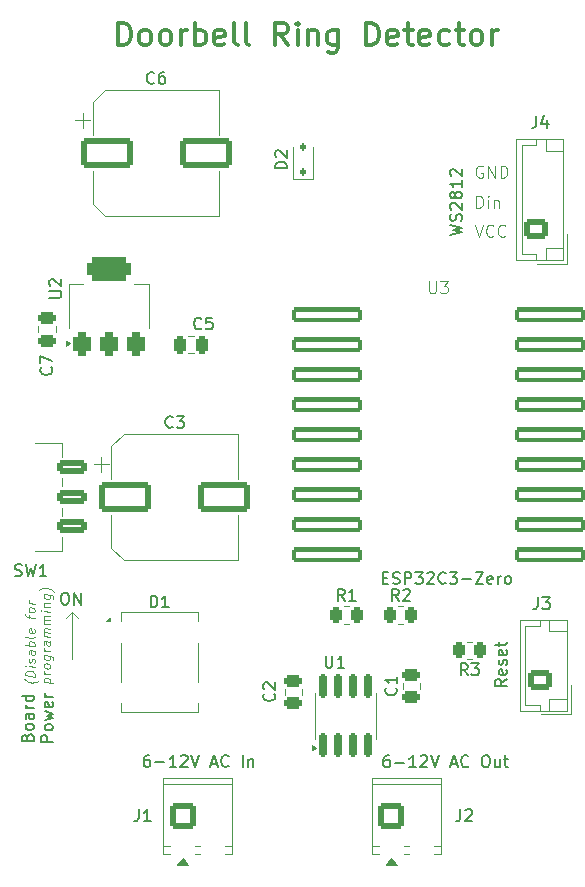
<source format=gbr>
%TF.GenerationSoftware,KiCad,Pcbnew,9.0.2*%
%TF.CreationDate,2025-06-11T22:20:25+01:00*%
%TF.ProjectId,Doorbell (Smaller),446f6f72-6265-46c6-9c20-28536d616c6c,1*%
%TF.SameCoordinates,Original*%
%TF.FileFunction,Legend,Top*%
%TF.FilePolarity,Positive*%
%FSLAX46Y46*%
G04 Gerber Fmt 4.6, Leading zero omitted, Abs format (unit mm)*
G04 Created by KiCad (PCBNEW 9.0.2) date 2025-06-11 22:20:25*
%MOMM*%
%LPD*%
G01*
G04 APERTURE LIST*
G04 Aperture macros list*
%AMRoundRect*
0 Rectangle with rounded corners*
0 $1 Rounding radius*
0 $2 $3 $4 $5 $6 $7 $8 $9 X,Y pos of 4 corners*
0 Add a 4 corners polygon primitive as box body*
4,1,4,$2,$3,$4,$5,$6,$7,$8,$9,$2,$3,0*
0 Add four circle primitives for the rounded corners*
1,1,$1+$1,$2,$3*
1,1,$1+$1,$4,$5*
1,1,$1+$1,$6,$7*
1,1,$1+$1,$8,$9*
0 Add four rect primitives between the rounded corners*
20,1,$1+$1,$2,$3,$4,$5,0*
20,1,$1+$1,$4,$5,$6,$7,0*
20,1,$1+$1,$6,$7,$8,$9,0*
20,1,$1+$1,$8,$9,$2,$3,0*%
G04 Aperture macros list end*
%ADD10C,0.100000*%
%ADD11C,0.200000*%
%ADD12C,0.300000*%
%ADD13C,0.150000*%
%ADD14C,0.120000*%
%ADD15RoundRect,0.250000X-0.475000X0.250000X-0.475000X-0.250000X0.475000X-0.250000X0.475000X0.250000X0*%
%ADD16C,4.400000*%
%ADD17RoundRect,0.375000X0.375000X-0.625000X0.375000X0.625000X-0.375000X0.625000X-0.375000X-0.625000X0*%
%ADD18RoundRect,0.500000X1.400000X-0.500000X1.400000X0.500000X-1.400000X0.500000X-1.400000X-0.500000X0*%
%ADD19RoundRect,0.250000X-0.262500X-0.450000X0.262500X-0.450000X0.262500X0.450000X-0.262500X0.450000X0*%
%ADD20R,1.500000X1.300000*%
%ADD21RoundRect,0.150000X0.150000X-0.825000X0.150000X0.825000X-0.150000X0.825000X-0.150000X-0.825000X0*%
%ADD22RoundRect,0.250000X0.262500X0.450000X-0.262500X0.450000X-0.262500X-0.450000X0.262500X-0.450000X0*%
%ADD23RoundRect,0.112500X0.112500X-0.187500X0.112500X0.187500X-0.112500X0.187500X-0.112500X-0.187500X0*%
%ADD24C,0.900000*%
%ADD25RoundRect,0.250000X-1.000000X0.375000X-1.000000X-0.375000X1.000000X-0.375000X1.000000X0.375000X0*%
%ADD26RoundRect,0.250000X0.725000X-0.600000X0.725000X0.600000X-0.725000X0.600000X-0.725000X-0.600000X0*%
%ADD27O,1.950000X1.700000*%
%ADD28C,1.100000*%
%ADD29RoundRect,0.249999X-0.850001X-0.850001X0.850001X-0.850001X0.850001X0.850001X-0.850001X0.850001X0*%
%ADD30C,2.200000*%
%ADD31RoundRect,0.190500X2.809500X0.444500X-2.809500X0.444500X-2.809500X-0.444500X2.809500X-0.444500X0*%
%ADD32RoundRect,0.190500X-2.809500X-0.444500X2.809500X-0.444500X2.809500X0.444500X-2.809500X0.444500X0*%
%ADD33RoundRect,0.250000X0.750000X-0.600000X0.750000X0.600000X-0.750000X0.600000X-0.750000X-0.600000X0*%
%ADD34O,2.000000X1.700000*%
%ADD35RoundRect,0.250000X-1.950000X-1.000000X1.950000X-1.000000X1.950000X1.000000X-1.950000X1.000000X0*%
%ADD36RoundRect,0.250000X-0.250000X-0.475000X0.250000X-0.475000X0.250000X0.475000X-0.250000X0.475000X0*%
%ADD37RoundRect,0.250000X0.475000X-0.250000X0.475000X0.250000X-0.475000X0.250000X-0.475000X-0.250000X0*%
G04 APERTURE END LIST*
D10*
X5750000Y-56750000D02*
X5750000Y-52750000D01*
X5750000Y-52750000D02*
X6250000Y-53250000D01*
X5750000Y-52750000D02*
X5250000Y-53250000D01*
X5250000Y-53250000D02*
X5750000Y-52750000D01*
X40521443Y-15013788D02*
X40426205Y-14966169D01*
X40426205Y-14966169D02*
X40283348Y-14966169D01*
X40283348Y-14966169D02*
X40140491Y-15013788D01*
X40140491Y-15013788D02*
X40045253Y-15109026D01*
X40045253Y-15109026D02*
X39997634Y-15204264D01*
X39997634Y-15204264D02*
X39950015Y-15394740D01*
X39950015Y-15394740D02*
X39950015Y-15537597D01*
X39950015Y-15537597D02*
X39997634Y-15728073D01*
X39997634Y-15728073D02*
X40045253Y-15823311D01*
X40045253Y-15823311D02*
X40140491Y-15918550D01*
X40140491Y-15918550D02*
X40283348Y-15966169D01*
X40283348Y-15966169D02*
X40378586Y-15966169D01*
X40378586Y-15966169D02*
X40521443Y-15918550D01*
X40521443Y-15918550D02*
X40569062Y-15870930D01*
X40569062Y-15870930D02*
X40569062Y-15537597D01*
X40569062Y-15537597D02*
X40378586Y-15537597D01*
X40997634Y-15966169D02*
X40997634Y-14966169D01*
X40997634Y-14966169D02*
X41569062Y-15966169D01*
X41569062Y-15966169D02*
X41569062Y-14966169D01*
X42045253Y-15966169D02*
X42045253Y-14966169D01*
X42045253Y-14966169D02*
X42283348Y-14966169D01*
X42283348Y-14966169D02*
X42426205Y-15013788D01*
X42426205Y-15013788D02*
X42521443Y-15109026D01*
X42521443Y-15109026D02*
X42569062Y-15204264D01*
X42569062Y-15204264D02*
X42616681Y-15394740D01*
X42616681Y-15394740D02*
X42616681Y-15537597D01*
X42616681Y-15537597D02*
X42569062Y-15728073D01*
X42569062Y-15728073D02*
X42521443Y-15823311D01*
X42521443Y-15823311D02*
X42426205Y-15918550D01*
X42426205Y-15918550D02*
X42283348Y-15966169D01*
X42283348Y-15966169D02*
X42045253Y-15966169D01*
D11*
X32063423Y-49843409D02*
X32396756Y-49843409D01*
X32539613Y-50367219D02*
X32063423Y-50367219D01*
X32063423Y-50367219D02*
X32063423Y-49367219D01*
X32063423Y-49367219D02*
X32539613Y-49367219D01*
X32920566Y-50319600D02*
X33063423Y-50367219D01*
X33063423Y-50367219D02*
X33301518Y-50367219D01*
X33301518Y-50367219D02*
X33396756Y-50319600D01*
X33396756Y-50319600D02*
X33444375Y-50271980D01*
X33444375Y-50271980D02*
X33491994Y-50176742D01*
X33491994Y-50176742D02*
X33491994Y-50081504D01*
X33491994Y-50081504D02*
X33444375Y-49986266D01*
X33444375Y-49986266D02*
X33396756Y-49938647D01*
X33396756Y-49938647D02*
X33301518Y-49891028D01*
X33301518Y-49891028D02*
X33111042Y-49843409D01*
X33111042Y-49843409D02*
X33015804Y-49795790D01*
X33015804Y-49795790D02*
X32968185Y-49748171D01*
X32968185Y-49748171D02*
X32920566Y-49652933D01*
X32920566Y-49652933D02*
X32920566Y-49557695D01*
X32920566Y-49557695D02*
X32968185Y-49462457D01*
X32968185Y-49462457D02*
X33015804Y-49414838D01*
X33015804Y-49414838D02*
X33111042Y-49367219D01*
X33111042Y-49367219D02*
X33349137Y-49367219D01*
X33349137Y-49367219D02*
X33491994Y-49414838D01*
X33920566Y-50367219D02*
X33920566Y-49367219D01*
X33920566Y-49367219D02*
X34301518Y-49367219D01*
X34301518Y-49367219D02*
X34396756Y-49414838D01*
X34396756Y-49414838D02*
X34444375Y-49462457D01*
X34444375Y-49462457D02*
X34491994Y-49557695D01*
X34491994Y-49557695D02*
X34491994Y-49700552D01*
X34491994Y-49700552D02*
X34444375Y-49795790D01*
X34444375Y-49795790D02*
X34396756Y-49843409D01*
X34396756Y-49843409D02*
X34301518Y-49891028D01*
X34301518Y-49891028D02*
X33920566Y-49891028D01*
X34825328Y-49367219D02*
X35444375Y-49367219D01*
X35444375Y-49367219D02*
X35111042Y-49748171D01*
X35111042Y-49748171D02*
X35253899Y-49748171D01*
X35253899Y-49748171D02*
X35349137Y-49795790D01*
X35349137Y-49795790D02*
X35396756Y-49843409D01*
X35396756Y-49843409D02*
X35444375Y-49938647D01*
X35444375Y-49938647D02*
X35444375Y-50176742D01*
X35444375Y-50176742D02*
X35396756Y-50271980D01*
X35396756Y-50271980D02*
X35349137Y-50319600D01*
X35349137Y-50319600D02*
X35253899Y-50367219D01*
X35253899Y-50367219D02*
X34968185Y-50367219D01*
X34968185Y-50367219D02*
X34872947Y-50319600D01*
X34872947Y-50319600D02*
X34825328Y-50271980D01*
X35825328Y-49462457D02*
X35872947Y-49414838D01*
X35872947Y-49414838D02*
X35968185Y-49367219D01*
X35968185Y-49367219D02*
X36206280Y-49367219D01*
X36206280Y-49367219D02*
X36301518Y-49414838D01*
X36301518Y-49414838D02*
X36349137Y-49462457D01*
X36349137Y-49462457D02*
X36396756Y-49557695D01*
X36396756Y-49557695D02*
X36396756Y-49652933D01*
X36396756Y-49652933D02*
X36349137Y-49795790D01*
X36349137Y-49795790D02*
X35777709Y-50367219D01*
X35777709Y-50367219D02*
X36396756Y-50367219D01*
X37396756Y-50271980D02*
X37349137Y-50319600D01*
X37349137Y-50319600D02*
X37206280Y-50367219D01*
X37206280Y-50367219D02*
X37111042Y-50367219D01*
X37111042Y-50367219D02*
X36968185Y-50319600D01*
X36968185Y-50319600D02*
X36872947Y-50224361D01*
X36872947Y-50224361D02*
X36825328Y-50129123D01*
X36825328Y-50129123D02*
X36777709Y-49938647D01*
X36777709Y-49938647D02*
X36777709Y-49795790D01*
X36777709Y-49795790D02*
X36825328Y-49605314D01*
X36825328Y-49605314D02*
X36872947Y-49510076D01*
X36872947Y-49510076D02*
X36968185Y-49414838D01*
X36968185Y-49414838D02*
X37111042Y-49367219D01*
X37111042Y-49367219D02*
X37206280Y-49367219D01*
X37206280Y-49367219D02*
X37349137Y-49414838D01*
X37349137Y-49414838D02*
X37396756Y-49462457D01*
X37730090Y-49367219D02*
X38349137Y-49367219D01*
X38349137Y-49367219D02*
X38015804Y-49748171D01*
X38015804Y-49748171D02*
X38158661Y-49748171D01*
X38158661Y-49748171D02*
X38253899Y-49795790D01*
X38253899Y-49795790D02*
X38301518Y-49843409D01*
X38301518Y-49843409D02*
X38349137Y-49938647D01*
X38349137Y-49938647D02*
X38349137Y-50176742D01*
X38349137Y-50176742D02*
X38301518Y-50271980D01*
X38301518Y-50271980D02*
X38253899Y-50319600D01*
X38253899Y-50319600D02*
X38158661Y-50367219D01*
X38158661Y-50367219D02*
X37872947Y-50367219D01*
X37872947Y-50367219D02*
X37777709Y-50319600D01*
X37777709Y-50319600D02*
X37730090Y-50271980D01*
X38777709Y-49986266D02*
X39539614Y-49986266D01*
X39920566Y-49367219D02*
X40587232Y-49367219D01*
X40587232Y-49367219D02*
X39920566Y-50367219D01*
X39920566Y-50367219D02*
X40587232Y-50367219D01*
X41349137Y-50319600D02*
X41253899Y-50367219D01*
X41253899Y-50367219D02*
X41063423Y-50367219D01*
X41063423Y-50367219D02*
X40968185Y-50319600D01*
X40968185Y-50319600D02*
X40920566Y-50224361D01*
X40920566Y-50224361D02*
X40920566Y-49843409D01*
X40920566Y-49843409D02*
X40968185Y-49748171D01*
X40968185Y-49748171D02*
X41063423Y-49700552D01*
X41063423Y-49700552D02*
X41253899Y-49700552D01*
X41253899Y-49700552D02*
X41349137Y-49748171D01*
X41349137Y-49748171D02*
X41396756Y-49843409D01*
X41396756Y-49843409D02*
X41396756Y-49938647D01*
X41396756Y-49938647D02*
X40920566Y-50033885D01*
X41825328Y-50367219D02*
X41825328Y-49700552D01*
X41825328Y-49891028D02*
X41872947Y-49795790D01*
X41872947Y-49795790D02*
X41920566Y-49748171D01*
X41920566Y-49748171D02*
X42015804Y-49700552D01*
X42015804Y-49700552D02*
X42111042Y-49700552D01*
X42587233Y-50367219D02*
X42491995Y-50319600D01*
X42491995Y-50319600D02*
X42444376Y-50271980D01*
X42444376Y-50271980D02*
X42396757Y-50176742D01*
X42396757Y-50176742D02*
X42396757Y-49891028D01*
X42396757Y-49891028D02*
X42444376Y-49795790D01*
X42444376Y-49795790D02*
X42491995Y-49748171D01*
X42491995Y-49748171D02*
X42587233Y-49700552D01*
X42587233Y-49700552D02*
X42730090Y-49700552D01*
X42730090Y-49700552D02*
X42825328Y-49748171D01*
X42825328Y-49748171D02*
X42872947Y-49795790D01*
X42872947Y-49795790D02*
X42920566Y-49891028D01*
X42920566Y-49891028D02*
X42920566Y-50176742D01*
X42920566Y-50176742D02*
X42872947Y-50271980D01*
X42872947Y-50271980D02*
X42825328Y-50319600D01*
X42825328Y-50319600D02*
X42730090Y-50367219D01*
X42730090Y-50367219D02*
X42587233Y-50367219D01*
D10*
X39997634Y-18516169D02*
X39997634Y-17516169D01*
X39997634Y-17516169D02*
X40235729Y-17516169D01*
X40235729Y-17516169D02*
X40378586Y-17563788D01*
X40378586Y-17563788D02*
X40473824Y-17659026D01*
X40473824Y-17659026D02*
X40521443Y-17754264D01*
X40521443Y-17754264D02*
X40569062Y-17944740D01*
X40569062Y-17944740D02*
X40569062Y-18087597D01*
X40569062Y-18087597D02*
X40521443Y-18278073D01*
X40521443Y-18278073D02*
X40473824Y-18373311D01*
X40473824Y-18373311D02*
X40378586Y-18468550D01*
X40378586Y-18468550D02*
X40235729Y-18516169D01*
X40235729Y-18516169D02*
X39997634Y-18516169D01*
X40997634Y-18516169D02*
X40997634Y-17849502D01*
X40997634Y-17516169D02*
X40950015Y-17563788D01*
X40950015Y-17563788D02*
X40997634Y-17611407D01*
X40997634Y-17611407D02*
X41045253Y-17563788D01*
X41045253Y-17563788D02*
X40997634Y-17516169D01*
X40997634Y-17516169D02*
X40997634Y-17611407D01*
X41473824Y-17849502D02*
X41473824Y-18516169D01*
X41473824Y-17944740D02*
X41521443Y-17897121D01*
X41521443Y-17897121D02*
X41616681Y-17849502D01*
X41616681Y-17849502D02*
X41759538Y-17849502D01*
X41759538Y-17849502D02*
X41854776Y-17897121D01*
X41854776Y-17897121D02*
X41902395Y-17992359D01*
X41902395Y-17992359D02*
X41902395Y-18516169D01*
D11*
X32598244Y-64876086D02*
X32407768Y-64876086D01*
X32407768Y-64876086D02*
X32312530Y-64923705D01*
X32312530Y-64923705D02*
X32264911Y-64971324D01*
X32264911Y-64971324D02*
X32169673Y-65114181D01*
X32169673Y-65114181D02*
X32122054Y-65304657D01*
X32122054Y-65304657D02*
X32122054Y-65685609D01*
X32122054Y-65685609D02*
X32169673Y-65780847D01*
X32169673Y-65780847D02*
X32217292Y-65828467D01*
X32217292Y-65828467D02*
X32312530Y-65876086D01*
X32312530Y-65876086D02*
X32503006Y-65876086D01*
X32503006Y-65876086D02*
X32598244Y-65828467D01*
X32598244Y-65828467D02*
X32645863Y-65780847D01*
X32645863Y-65780847D02*
X32693482Y-65685609D01*
X32693482Y-65685609D02*
X32693482Y-65447514D01*
X32693482Y-65447514D02*
X32645863Y-65352276D01*
X32645863Y-65352276D02*
X32598244Y-65304657D01*
X32598244Y-65304657D02*
X32503006Y-65257038D01*
X32503006Y-65257038D02*
X32312530Y-65257038D01*
X32312530Y-65257038D02*
X32217292Y-65304657D01*
X32217292Y-65304657D02*
X32169673Y-65352276D01*
X32169673Y-65352276D02*
X32122054Y-65447514D01*
X33122054Y-65495133D02*
X33883959Y-65495133D01*
X34883958Y-65876086D02*
X34312530Y-65876086D01*
X34598244Y-65876086D02*
X34598244Y-64876086D01*
X34598244Y-64876086D02*
X34503006Y-65018943D01*
X34503006Y-65018943D02*
X34407768Y-65114181D01*
X34407768Y-65114181D02*
X34312530Y-65161800D01*
X35264911Y-64971324D02*
X35312530Y-64923705D01*
X35312530Y-64923705D02*
X35407768Y-64876086D01*
X35407768Y-64876086D02*
X35645863Y-64876086D01*
X35645863Y-64876086D02*
X35741101Y-64923705D01*
X35741101Y-64923705D02*
X35788720Y-64971324D01*
X35788720Y-64971324D02*
X35836339Y-65066562D01*
X35836339Y-65066562D02*
X35836339Y-65161800D01*
X35836339Y-65161800D02*
X35788720Y-65304657D01*
X35788720Y-65304657D02*
X35217292Y-65876086D01*
X35217292Y-65876086D02*
X35836339Y-65876086D01*
X36122054Y-64876086D02*
X36455387Y-65876086D01*
X36455387Y-65876086D02*
X36788720Y-64876086D01*
X37836340Y-65590371D02*
X38312530Y-65590371D01*
X37741102Y-65876086D02*
X38074435Y-64876086D01*
X38074435Y-64876086D02*
X38407768Y-65876086D01*
X39312530Y-65780847D02*
X39264911Y-65828467D01*
X39264911Y-65828467D02*
X39122054Y-65876086D01*
X39122054Y-65876086D02*
X39026816Y-65876086D01*
X39026816Y-65876086D02*
X38883959Y-65828467D01*
X38883959Y-65828467D02*
X38788721Y-65733228D01*
X38788721Y-65733228D02*
X38741102Y-65637990D01*
X38741102Y-65637990D02*
X38693483Y-65447514D01*
X38693483Y-65447514D02*
X38693483Y-65304657D01*
X38693483Y-65304657D02*
X38741102Y-65114181D01*
X38741102Y-65114181D02*
X38788721Y-65018943D01*
X38788721Y-65018943D02*
X38883959Y-64923705D01*
X38883959Y-64923705D02*
X39026816Y-64876086D01*
X39026816Y-64876086D02*
X39122054Y-64876086D01*
X39122054Y-64876086D02*
X39264911Y-64923705D01*
X39264911Y-64923705D02*
X39312530Y-64971324D01*
X40693483Y-64876086D02*
X40883959Y-64876086D01*
X40883959Y-64876086D02*
X40979197Y-64923705D01*
X40979197Y-64923705D02*
X41074435Y-65018943D01*
X41074435Y-65018943D02*
X41122054Y-65209419D01*
X41122054Y-65209419D02*
X41122054Y-65542752D01*
X41122054Y-65542752D02*
X41074435Y-65733228D01*
X41074435Y-65733228D02*
X40979197Y-65828467D01*
X40979197Y-65828467D02*
X40883959Y-65876086D01*
X40883959Y-65876086D02*
X40693483Y-65876086D01*
X40693483Y-65876086D02*
X40598245Y-65828467D01*
X40598245Y-65828467D02*
X40503007Y-65733228D01*
X40503007Y-65733228D02*
X40455388Y-65542752D01*
X40455388Y-65542752D02*
X40455388Y-65209419D01*
X40455388Y-65209419D02*
X40503007Y-65018943D01*
X40503007Y-65018943D02*
X40598245Y-64923705D01*
X40598245Y-64923705D02*
X40693483Y-64876086D01*
X41979197Y-65209419D02*
X41979197Y-65876086D01*
X41550626Y-65209419D02*
X41550626Y-65733228D01*
X41550626Y-65733228D02*
X41598245Y-65828467D01*
X41598245Y-65828467D02*
X41693483Y-65876086D01*
X41693483Y-65876086D02*
X41836340Y-65876086D01*
X41836340Y-65876086D02*
X41931578Y-65828467D01*
X41931578Y-65828467D02*
X41979197Y-65780847D01*
X42312531Y-65209419D02*
X42693483Y-65209419D01*
X42455388Y-64876086D02*
X42455388Y-65733228D01*
X42455388Y-65733228D02*
X42503007Y-65828467D01*
X42503007Y-65828467D02*
X42598245Y-65876086D01*
X42598245Y-65876086D02*
X42693483Y-65876086D01*
D10*
X2913702Y-58558020D02*
X2875606Y-58591353D01*
X2875606Y-58591353D02*
X2761321Y-58653258D01*
X2761321Y-58653258D02*
X2685130Y-58681830D01*
X2685130Y-58681830D02*
X2570845Y-58705639D01*
X2570845Y-58705639D02*
X2380368Y-58719925D01*
X2380368Y-58719925D02*
X2227987Y-58700877D01*
X2227987Y-58700877D02*
X2037511Y-58638972D01*
X2037511Y-58638972D02*
X1923225Y-58586591D01*
X1923225Y-58586591D02*
X1847035Y-58538972D01*
X1847035Y-58538972D02*
X1732749Y-58448496D01*
X1732749Y-58448496D02*
X1694654Y-58405639D01*
X2608940Y-58215163D02*
X1808940Y-58115163D01*
X1808940Y-58115163D02*
X1808940Y-57924687D01*
X1808940Y-57924687D02*
X1847035Y-57815163D01*
X1847035Y-57815163D02*
X1923225Y-57748497D01*
X1923225Y-57748497D02*
X1999416Y-57719925D01*
X1999416Y-57719925D02*
X2151797Y-57700878D01*
X2151797Y-57700878D02*
X2266083Y-57715163D01*
X2266083Y-57715163D02*
X2418464Y-57772306D01*
X2418464Y-57772306D02*
X2494654Y-57819925D01*
X2494654Y-57819925D02*
X2570845Y-57905639D01*
X2570845Y-57905639D02*
X2608940Y-58024687D01*
X2608940Y-58024687D02*
X2608940Y-58215163D01*
X2608940Y-57415163D02*
X2075606Y-57348497D01*
X1808940Y-57315163D02*
X1847035Y-57358020D01*
X1847035Y-57358020D02*
X1885130Y-57324687D01*
X1885130Y-57324687D02*
X1847035Y-57281830D01*
X1847035Y-57281830D02*
X1808940Y-57315163D01*
X1808940Y-57315163D02*
X1885130Y-57324687D01*
X2570845Y-57067545D02*
X2608940Y-56996116D01*
X2608940Y-56996116D02*
X2608940Y-56843735D01*
X2608940Y-56843735D02*
X2570845Y-56762783D01*
X2570845Y-56762783D02*
X2494654Y-56715164D01*
X2494654Y-56715164D02*
X2456559Y-56710402D01*
X2456559Y-56710402D02*
X2380368Y-56738973D01*
X2380368Y-56738973D02*
X2342273Y-56810402D01*
X2342273Y-56810402D02*
X2342273Y-56924687D01*
X2342273Y-56924687D02*
X2304178Y-56996116D01*
X2304178Y-56996116D02*
X2227987Y-57024687D01*
X2227987Y-57024687D02*
X2189892Y-57019926D01*
X2189892Y-57019926D02*
X2113702Y-56972306D01*
X2113702Y-56972306D02*
X2075606Y-56891354D01*
X2075606Y-56891354D02*
X2075606Y-56777068D01*
X2075606Y-56777068D02*
X2113702Y-56705640D01*
X2608940Y-56043735D02*
X2189892Y-55991354D01*
X2189892Y-55991354D02*
X2113702Y-56019926D01*
X2113702Y-56019926D02*
X2075606Y-56091354D01*
X2075606Y-56091354D02*
X2075606Y-56243735D01*
X2075606Y-56243735D02*
X2113702Y-56324687D01*
X2570845Y-56038973D02*
X2608940Y-56119926D01*
X2608940Y-56119926D02*
X2608940Y-56310402D01*
X2608940Y-56310402D02*
X2570845Y-56381830D01*
X2570845Y-56381830D02*
X2494654Y-56410402D01*
X2494654Y-56410402D02*
X2418464Y-56400878D01*
X2418464Y-56400878D02*
X2342273Y-56353259D01*
X2342273Y-56353259D02*
X2304178Y-56272307D01*
X2304178Y-56272307D02*
X2304178Y-56081830D01*
X2304178Y-56081830D02*
X2266083Y-56000878D01*
X2608940Y-55662782D02*
X1808940Y-55562782D01*
X2113702Y-55600877D02*
X2075606Y-55519925D01*
X2075606Y-55519925D02*
X2075606Y-55367544D01*
X2075606Y-55367544D02*
X2113702Y-55296116D01*
X2113702Y-55296116D02*
X2151797Y-55262782D01*
X2151797Y-55262782D02*
X2227987Y-55234211D01*
X2227987Y-55234211D02*
X2456559Y-55262782D01*
X2456559Y-55262782D02*
X2532749Y-55310401D01*
X2532749Y-55310401D02*
X2570845Y-55353258D01*
X2570845Y-55353258D02*
X2608940Y-55434211D01*
X2608940Y-55434211D02*
X2608940Y-55586592D01*
X2608940Y-55586592D02*
X2570845Y-55658020D01*
X2608940Y-54824687D02*
X2570845Y-54896115D01*
X2570845Y-54896115D02*
X2494654Y-54924687D01*
X2494654Y-54924687D02*
X1808940Y-54838972D01*
X2570845Y-54210400D02*
X2608940Y-54291353D01*
X2608940Y-54291353D02*
X2608940Y-54443734D01*
X2608940Y-54443734D02*
X2570845Y-54515162D01*
X2570845Y-54515162D02*
X2494654Y-54543734D01*
X2494654Y-54543734D02*
X2189892Y-54505639D01*
X2189892Y-54505639D02*
X2113702Y-54458019D01*
X2113702Y-54458019D02*
X2075606Y-54377067D01*
X2075606Y-54377067D02*
X2075606Y-54224686D01*
X2075606Y-54224686D02*
X2113702Y-54153258D01*
X2113702Y-54153258D02*
X2189892Y-54124686D01*
X2189892Y-54124686D02*
X2266083Y-54134210D01*
X2266083Y-54134210D02*
X2342273Y-54524686D01*
X2075606Y-53272305D02*
X2075606Y-52967543D01*
X2608940Y-53224686D02*
X1923225Y-53138972D01*
X1923225Y-53138972D02*
X1847035Y-53091353D01*
X1847035Y-53091353D02*
X1808940Y-53010401D01*
X1808940Y-53010401D02*
X1808940Y-52934210D01*
X2608940Y-52653258D02*
X2570845Y-52724686D01*
X2570845Y-52724686D02*
X2532749Y-52758019D01*
X2532749Y-52758019D02*
X2456559Y-52786591D01*
X2456559Y-52786591D02*
X2227987Y-52758019D01*
X2227987Y-52758019D02*
X2151797Y-52710400D01*
X2151797Y-52710400D02*
X2113702Y-52667543D01*
X2113702Y-52667543D02*
X2075606Y-52586591D01*
X2075606Y-52586591D02*
X2075606Y-52472305D01*
X2075606Y-52472305D02*
X2113702Y-52400877D01*
X2113702Y-52400877D02*
X2151797Y-52367543D01*
X2151797Y-52367543D02*
X2227987Y-52338972D01*
X2227987Y-52338972D02*
X2456559Y-52367543D01*
X2456559Y-52367543D02*
X2532749Y-52415162D01*
X2532749Y-52415162D02*
X2570845Y-52458019D01*
X2570845Y-52458019D02*
X2608940Y-52538972D01*
X2608940Y-52538972D02*
X2608940Y-52653258D01*
X2608940Y-52043733D02*
X2075606Y-51977067D01*
X2227987Y-51996114D02*
X2151797Y-51948495D01*
X2151797Y-51948495D02*
X2113702Y-51905638D01*
X2113702Y-51905638D02*
X2075606Y-51824686D01*
X2075606Y-51824686D02*
X2075606Y-51748495D01*
X3363561Y-58681830D02*
X4163561Y-58781830D01*
X3401657Y-58686591D02*
X3363561Y-58605639D01*
X3363561Y-58605639D02*
X3363561Y-58453258D01*
X3363561Y-58453258D02*
X3401657Y-58381830D01*
X3401657Y-58381830D02*
X3439752Y-58348496D01*
X3439752Y-58348496D02*
X3515942Y-58319925D01*
X3515942Y-58319925D02*
X3744514Y-58348496D01*
X3744514Y-58348496D02*
X3820704Y-58396115D01*
X3820704Y-58396115D02*
X3858800Y-58438972D01*
X3858800Y-58438972D02*
X3896895Y-58519925D01*
X3896895Y-58519925D02*
X3896895Y-58672306D01*
X3896895Y-58672306D02*
X3858800Y-58743734D01*
X3896895Y-58024686D02*
X3363561Y-57958020D01*
X3515942Y-57977067D02*
X3439752Y-57929448D01*
X3439752Y-57929448D02*
X3401657Y-57886591D01*
X3401657Y-57886591D02*
X3363561Y-57805639D01*
X3363561Y-57805639D02*
X3363561Y-57729448D01*
X3896895Y-57415163D02*
X3858800Y-57486591D01*
X3858800Y-57486591D02*
X3820704Y-57519924D01*
X3820704Y-57519924D02*
X3744514Y-57548496D01*
X3744514Y-57548496D02*
X3515942Y-57519924D01*
X3515942Y-57519924D02*
X3439752Y-57472305D01*
X3439752Y-57472305D02*
X3401657Y-57429448D01*
X3401657Y-57429448D02*
X3363561Y-57348496D01*
X3363561Y-57348496D02*
X3363561Y-57234210D01*
X3363561Y-57234210D02*
X3401657Y-57162782D01*
X3401657Y-57162782D02*
X3439752Y-57129448D01*
X3439752Y-57129448D02*
X3515942Y-57100877D01*
X3515942Y-57100877D02*
X3744514Y-57129448D01*
X3744514Y-57129448D02*
X3820704Y-57177067D01*
X3820704Y-57177067D02*
X3858800Y-57219924D01*
X3858800Y-57219924D02*
X3896895Y-57300877D01*
X3896895Y-57300877D02*
X3896895Y-57415163D01*
X3363561Y-56396114D02*
X4011180Y-56477067D01*
X4011180Y-56477067D02*
X4087371Y-56524686D01*
X4087371Y-56524686D02*
X4125466Y-56567543D01*
X4125466Y-56567543D02*
X4163561Y-56648495D01*
X4163561Y-56648495D02*
X4163561Y-56762781D01*
X4163561Y-56762781D02*
X4125466Y-56834210D01*
X3858800Y-56458019D02*
X3896895Y-56538972D01*
X3896895Y-56538972D02*
X3896895Y-56691353D01*
X3896895Y-56691353D02*
X3858800Y-56762781D01*
X3858800Y-56762781D02*
X3820704Y-56796114D01*
X3820704Y-56796114D02*
X3744514Y-56824686D01*
X3744514Y-56824686D02*
X3515942Y-56796114D01*
X3515942Y-56796114D02*
X3439752Y-56748495D01*
X3439752Y-56748495D02*
X3401657Y-56705638D01*
X3401657Y-56705638D02*
X3363561Y-56624686D01*
X3363561Y-56624686D02*
X3363561Y-56472305D01*
X3363561Y-56472305D02*
X3401657Y-56400876D01*
X3896895Y-56081828D02*
X3363561Y-56015162D01*
X3515942Y-56034209D02*
X3439752Y-55986590D01*
X3439752Y-55986590D02*
X3401657Y-55943733D01*
X3401657Y-55943733D02*
X3363561Y-55862781D01*
X3363561Y-55862781D02*
X3363561Y-55786590D01*
X3896895Y-55243733D02*
X3477847Y-55191352D01*
X3477847Y-55191352D02*
X3401657Y-55219924D01*
X3401657Y-55219924D02*
X3363561Y-55291352D01*
X3363561Y-55291352D02*
X3363561Y-55443733D01*
X3363561Y-55443733D02*
X3401657Y-55524685D01*
X3858800Y-55238971D02*
X3896895Y-55319924D01*
X3896895Y-55319924D02*
X3896895Y-55510400D01*
X3896895Y-55510400D02*
X3858800Y-55581828D01*
X3858800Y-55581828D02*
X3782609Y-55610400D01*
X3782609Y-55610400D02*
X3706419Y-55600876D01*
X3706419Y-55600876D02*
X3630228Y-55553257D01*
X3630228Y-55553257D02*
X3592133Y-55472305D01*
X3592133Y-55472305D02*
X3592133Y-55281828D01*
X3592133Y-55281828D02*
X3554038Y-55200876D01*
X3896895Y-54862780D02*
X3363561Y-54796114D01*
X3439752Y-54805637D02*
X3401657Y-54762780D01*
X3401657Y-54762780D02*
X3363561Y-54681828D01*
X3363561Y-54681828D02*
X3363561Y-54567542D01*
X3363561Y-54567542D02*
X3401657Y-54496114D01*
X3401657Y-54496114D02*
X3477847Y-54467542D01*
X3477847Y-54467542D02*
X3896895Y-54519923D01*
X3477847Y-54467542D02*
X3401657Y-54419923D01*
X3401657Y-54419923D02*
X3363561Y-54338971D01*
X3363561Y-54338971D02*
X3363561Y-54224685D01*
X3363561Y-54224685D02*
X3401657Y-54153256D01*
X3401657Y-54153256D02*
X3477847Y-54124685D01*
X3477847Y-54124685D02*
X3896895Y-54177066D01*
X3896895Y-53796113D02*
X3363561Y-53729447D01*
X3439752Y-53738970D02*
X3401657Y-53696113D01*
X3401657Y-53696113D02*
X3363561Y-53615161D01*
X3363561Y-53615161D02*
X3363561Y-53500875D01*
X3363561Y-53500875D02*
X3401657Y-53429447D01*
X3401657Y-53429447D02*
X3477847Y-53400875D01*
X3477847Y-53400875D02*
X3896895Y-53453256D01*
X3477847Y-53400875D02*
X3401657Y-53353256D01*
X3401657Y-53353256D02*
X3363561Y-53272304D01*
X3363561Y-53272304D02*
X3363561Y-53158018D01*
X3363561Y-53158018D02*
X3401657Y-53086589D01*
X3401657Y-53086589D02*
X3477847Y-53058018D01*
X3477847Y-53058018D02*
X3896895Y-53110399D01*
X3896895Y-52729446D02*
X3363561Y-52662780D01*
X3096895Y-52629446D02*
X3134990Y-52672303D01*
X3134990Y-52672303D02*
X3173085Y-52638970D01*
X3173085Y-52638970D02*
X3134990Y-52596113D01*
X3134990Y-52596113D02*
X3096895Y-52629446D01*
X3096895Y-52629446D02*
X3173085Y-52638970D01*
X3363561Y-52281828D02*
X3896895Y-52348494D01*
X3439752Y-52291351D02*
X3401657Y-52248494D01*
X3401657Y-52248494D02*
X3363561Y-52167542D01*
X3363561Y-52167542D02*
X3363561Y-52053256D01*
X3363561Y-52053256D02*
X3401657Y-51981828D01*
X3401657Y-51981828D02*
X3477847Y-51953256D01*
X3477847Y-51953256D02*
X3896895Y-52005637D01*
X3363561Y-51215160D02*
X4011180Y-51296113D01*
X4011180Y-51296113D02*
X4087371Y-51343732D01*
X4087371Y-51343732D02*
X4125466Y-51386589D01*
X4125466Y-51386589D02*
X4163561Y-51467541D01*
X4163561Y-51467541D02*
X4163561Y-51581827D01*
X4163561Y-51581827D02*
X4125466Y-51653256D01*
X3858800Y-51277065D02*
X3896895Y-51358018D01*
X3896895Y-51358018D02*
X3896895Y-51510399D01*
X3896895Y-51510399D02*
X3858800Y-51581827D01*
X3858800Y-51581827D02*
X3820704Y-51615160D01*
X3820704Y-51615160D02*
X3744514Y-51643732D01*
X3744514Y-51643732D02*
X3515942Y-51615160D01*
X3515942Y-51615160D02*
X3439752Y-51567541D01*
X3439752Y-51567541D02*
X3401657Y-51524684D01*
X3401657Y-51524684D02*
X3363561Y-51443732D01*
X3363561Y-51443732D02*
X3363561Y-51291351D01*
X3363561Y-51291351D02*
X3401657Y-51219922D01*
X4201657Y-51015160D02*
X4163561Y-50972303D01*
X4163561Y-50972303D02*
X4049276Y-50881827D01*
X4049276Y-50881827D02*
X3973085Y-50834208D01*
X3973085Y-50834208D02*
X3858800Y-50781827D01*
X3858800Y-50781827D02*
X3668323Y-50719922D01*
X3668323Y-50719922D02*
X3515942Y-50700874D01*
X3515942Y-50700874D02*
X3325466Y-50715160D01*
X3325466Y-50715160D02*
X3211180Y-50738969D01*
X3211180Y-50738969D02*
X3134990Y-50767541D01*
X3134990Y-50767541D02*
X3020704Y-50829446D01*
X3020704Y-50829446D02*
X2982609Y-50862779D01*
D11*
X5060149Y-51117219D02*
X5250625Y-51117219D01*
X5250625Y-51117219D02*
X5345863Y-51164838D01*
X5345863Y-51164838D02*
X5441101Y-51260076D01*
X5441101Y-51260076D02*
X5488720Y-51450552D01*
X5488720Y-51450552D02*
X5488720Y-51783885D01*
X5488720Y-51783885D02*
X5441101Y-51974361D01*
X5441101Y-51974361D02*
X5345863Y-52069600D01*
X5345863Y-52069600D02*
X5250625Y-52117219D01*
X5250625Y-52117219D02*
X5060149Y-52117219D01*
X5060149Y-52117219D02*
X4964911Y-52069600D01*
X4964911Y-52069600D02*
X4869673Y-51974361D01*
X4869673Y-51974361D02*
X4822054Y-51783885D01*
X4822054Y-51783885D02*
X4822054Y-51450552D01*
X4822054Y-51450552D02*
X4869673Y-51260076D01*
X4869673Y-51260076D02*
X4964911Y-51164838D01*
X4964911Y-51164838D02*
X5060149Y-51117219D01*
X5917292Y-52117219D02*
X5917292Y-51117219D01*
X5917292Y-51117219D02*
X6488720Y-52117219D01*
X6488720Y-52117219D02*
X6488720Y-51117219D01*
X37760969Y-20819314D02*
X38760969Y-20581219D01*
X38760969Y-20581219D02*
X38046683Y-20390743D01*
X38046683Y-20390743D02*
X38760969Y-20200267D01*
X38760969Y-20200267D02*
X37760969Y-19962172D01*
X38713350Y-19628838D02*
X38760969Y-19485981D01*
X38760969Y-19485981D02*
X38760969Y-19247886D01*
X38760969Y-19247886D02*
X38713350Y-19152648D01*
X38713350Y-19152648D02*
X38665730Y-19105029D01*
X38665730Y-19105029D02*
X38570492Y-19057410D01*
X38570492Y-19057410D02*
X38475254Y-19057410D01*
X38475254Y-19057410D02*
X38380016Y-19105029D01*
X38380016Y-19105029D02*
X38332397Y-19152648D01*
X38332397Y-19152648D02*
X38284778Y-19247886D01*
X38284778Y-19247886D02*
X38237159Y-19438362D01*
X38237159Y-19438362D02*
X38189540Y-19533600D01*
X38189540Y-19533600D02*
X38141921Y-19581219D01*
X38141921Y-19581219D02*
X38046683Y-19628838D01*
X38046683Y-19628838D02*
X37951445Y-19628838D01*
X37951445Y-19628838D02*
X37856207Y-19581219D01*
X37856207Y-19581219D02*
X37808588Y-19533600D01*
X37808588Y-19533600D02*
X37760969Y-19438362D01*
X37760969Y-19438362D02*
X37760969Y-19200267D01*
X37760969Y-19200267D02*
X37808588Y-19057410D01*
X37856207Y-18676457D02*
X37808588Y-18628838D01*
X37808588Y-18628838D02*
X37760969Y-18533600D01*
X37760969Y-18533600D02*
X37760969Y-18295505D01*
X37760969Y-18295505D02*
X37808588Y-18200267D01*
X37808588Y-18200267D02*
X37856207Y-18152648D01*
X37856207Y-18152648D02*
X37951445Y-18105029D01*
X37951445Y-18105029D02*
X38046683Y-18105029D01*
X38046683Y-18105029D02*
X38189540Y-18152648D01*
X38189540Y-18152648D02*
X38760969Y-18724076D01*
X38760969Y-18724076D02*
X38760969Y-18105029D01*
X38189540Y-17533600D02*
X38141921Y-17628838D01*
X38141921Y-17628838D02*
X38094302Y-17676457D01*
X38094302Y-17676457D02*
X37999064Y-17724076D01*
X37999064Y-17724076D02*
X37951445Y-17724076D01*
X37951445Y-17724076D02*
X37856207Y-17676457D01*
X37856207Y-17676457D02*
X37808588Y-17628838D01*
X37808588Y-17628838D02*
X37760969Y-17533600D01*
X37760969Y-17533600D02*
X37760969Y-17343124D01*
X37760969Y-17343124D02*
X37808588Y-17247886D01*
X37808588Y-17247886D02*
X37856207Y-17200267D01*
X37856207Y-17200267D02*
X37951445Y-17152648D01*
X37951445Y-17152648D02*
X37999064Y-17152648D01*
X37999064Y-17152648D02*
X38094302Y-17200267D01*
X38094302Y-17200267D02*
X38141921Y-17247886D01*
X38141921Y-17247886D02*
X38189540Y-17343124D01*
X38189540Y-17343124D02*
X38189540Y-17533600D01*
X38189540Y-17533600D02*
X38237159Y-17628838D01*
X38237159Y-17628838D02*
X38284778Y-17676457D01*
X38284778Y-17676457D02*
X38380016Y-17724076D01*
X38380016Y-17724076D02*
X38570492Y-17724076D01*
X38570492Y-17724076D02*
X38665730Y-17676457D01*
X38665730Y-17676457D02*
X38713350Y-17628838D01*
X38713350Y-17628838D02*
X38760969Y-17533600D01*
X38760969Y-17533600D02*
X38760969Y-17343124D01*
X38760969Y-17343124D02*
X38713350Y-17247886D01*
X38713350Y-17247886D02*
X38665730Y-17200267D01*
X38665730Y-17200267D02*
X38570492Y-17152648D01*
X38570492Y-17152648D02*
X38380016Y-17152648D01*
X38380016Y-17152648D02*
X38284778Y-17200267D01*
X38284778Y-17200267D02*
X38237159Y-17247886D01*
X38237159Y-17247886D02*
X38189540Y-17343124D01*
X38760969Y-16200267D02*
X38760969Y-16771695D01*
X38760969Y-16485981D02*
X37760969Y-16485981D01*
X37760969Y-16485981D02*
X37903826Y-16581219D01*
X37903826Y-16581219D02*
X37999064Y-16676457D01*
X37999064Y-16676457D02*
X38046683Y-16771695D01*
X37856207Y-15819314D02*
X37808588Y-15771695D01*
X37808588Y-15771695D02*
X37760969Y-15676457D01*
X37760969Y-15676457D02*
X37760969Y-15438362D01*
X37760969Y-15438362D02*
X37808588Y-15343124D01*
X37808588Y-15343124D02*
X37856207Y-15295505D01*
X37856207Y-15295505D02*
X37951445Y-15247886D01*
X37951445Y-15247886D02*
X38046683Y-15247886D01*
X38046683Y-15247886D02*
X38189540Y-15295505D01*
X38189540Y-15295505D02*
X38760969Y-15866933D01*
X38760969Y-15866933D02*
X38760969Y-15247886D01*
D10*
X39854777Y-19966169D02*
X40188110Y-20966169D01*
X40188110Y-20966169D02*
X40521443Y-19966169D01*
X41426205Y-20870930D02*
X41378586Y-20918550D01*
X41378586Y-20918550D02*
X41235729Y-20966169D01*
X41235729Y-20966169D02*
X41140491Y-20966169D01*
X41140491Y-20966169D02*
X40997634Y-20918550D01*
X40997634Y-20918550D02*
X40902396Y-20823311D01*
X40902396Y-20823311D02*
X40854777Y-20728073D01*
X40854777Y-20728073D02*
X40807158Y-20537597D01*
X40807158Y-20537597D02*
X40807158Y-20394740D01*
X40807158Y-20394740D02*
X40854777Y-20204264D01*
X40854777Y-20204264D02*
X40902396Y-20109026D01*
X40902396Y-20109026D02*
X40997634Y-20013788D01*
X40997634Y-20013788D02*
X41140491Y-19966169D01*
X41140491Y-19966169D02*
X41235729Y-19966169D01*
X41235729Y-19966169D02*
X41378586Y-20013788D01*
X41378586Y-20013788D02*
X41426205Y-20061407D01*
X42426205Y-20870930D02*
X42378586Y-20918550D01*
X42378586Y-20918550D02*
X42235729Y-20966169D01*
X42235729Y-20966169D02*
X42140491Y-20966169D01*
X42140491Y-20966169D02*
X41997634Y-20918550D01*
X41997634Y-20918550D02*
X41902396Y-20823311D01*
X41902396Y-20823311D02*
X41854777Y-20728073D01*
X41854777Y-20728073D02*
X41807158Y-20537597D01*
X41807158Y-20537597D02*
X41807158Y-20394740D01*
X41807158Y-20394740D02*
X41854777Y-20204264D01*
X41854777Y-20204264D02*
X41902396Y-20109026D01*
X41902396Y-20109026D02*
X41997634Y-20013788D01*
X41997634Y-20013788D02*
X42140491Y-19966169D01*
X42140491Y-19966169D02*
X42235729Y-19966169D01*
X42235729Y-19966169D02*
X42378586Y-20013788D01*
X42378586Y-20013788D02*
X42426205Y-20061407D01*
D11*
X1983465Y-63345238D02*
X2031084Y-63202381D01*
X2031084Y-63202381D02*
X2078703Y-63154762D01*
X2078703Y-63154762D02*
X2173941Y-63107143D01*
X2173941Y-63107143D02*
X2316798Y-63107143D01*
X2316798Y-63107143D02*
X2412036Y-63154762D01*
X2412036Y-63154762D02*
X2459656Y-63202381D01*
X2459656Y-63202381D02*
X2507275Y-63297619D01*
X2507275Y-63297619D02*
X2507275Y-63678571D01*
X2507275Y-63678571D02*
X1507275Y-63678571D01*
X1507275Y-63678571D02*
X1507275Y-63345238D01*
X1507275Y-63345238D02*
X1554894Y-63250000D01*
X1554894Y-63250000D02*
X1602513Y-63202381D01*
X1602513Y-63202381D02*
X1697751Y-63154762D01*
X1697751Y-63154762D02*
X1792989Y-63154762D01*
X1792989Y-63154762D02*
X1888227Y-63202381D01*
X1888227Y-63202381D02*
X1935846Y-63250000D01*
X1935846Y-63250000D02*
X1983465Y-63345238D01*
X1983465Y-63345238D02*
X1983465Y-63678571D01*
X2507275Y-62535714D02*
X2459656Y-62630952D01*
X2459656Y-62630952D02*
X2412036Y-62678571D01*
X2412036Y-62678571D02*
X2316798Y-62726190D01*
X2316798Y-62726190D02*
X2031084Y-62726190D01*
X2031084Y-62726190D02*
X1935846Y-62678571D01*
X1935846Y-62678571D02*
X1888227Y-62630952D01*
X1888227Y-62630952D02*
X1840608Y-62535714D01*
X1840608Y-62535714D02*
X1840608Y-62392857D01*
X1840608Y-62392857D02*
X1888227Y-62297619D01*
X1888227Y-62297619D02*
X1935846Y-62250000D01*
X1935846Y-62250000D02*
X2031084Y-62202381D01*
X2031084Y-62202381D02*
X2316798Y-62202381D01*
X2316798Y-62202381D02*
X2412036Y-62250000D01*
X2412036Y-62250000D02*
X2459656Y-62297619D01*
X2459656Y-62297619D02*
X2507275Y-62392857D01*
X2507275Y-62392857D02*
X2507275Y-62535714D01*
X2507275Y-61345238D02*
X1983465Y-61345238D01*
X1983465Y-61345238D02*
X1888227Y-61392857D01*
X1888227Y-61392857D02*
X1840608Y-61488095D01*
X1840608Y-61488095D02*
X1840608Y-61678571D01*
X1840608Y-61678571D02*
X1888227Y-61773809D01*
X2459656Y-61345238D02*
X2507275Y-61440476D01*
X2507275Y-61440476D02*
X2507275Y-61678571D01*
X2507275Y-61678571D02*
X2459656Y-61773809D01*
X2459656Y-61773809D02*
X2364417Y-61821428D01*
X2364417Y-61821428D02*
X2269179Y-61821428D01*
X2269179Y-61821428D02*
X2173941Y-61773809D01*
X2173941Y-61773809D02*
X2126322Y-61678571D01*
X2126322Y-61678571D02*
X2126322Y-61440476D01*
X2126322Y-61440476D02*
X2078703Y-61345238D01*
X2507275Y-60869047D02*
X1840608Y-60869047D01*
X2031084Y-60869047D02*
X1935846Y-60821428D01*
X1935846Y-60821428D02*
X1888227Y-60773809D01*
X1888227Y-60773809D02*
X1840608Y-60678571D01*
X1840608Y-60678571D02*
X1840608Y-60583333D01*
X2507275Y-59821428D02*
X1507275Y-59821428D01*
X2459656Y-59821428D02*
X2507275Y-59916666D01*
X2507275Y-59916666D02*
X2507275Y-60107142D01*
X2507275Y-60107142D02*
X2459656Y-60202380D01*
X2459656Y-60202380D02*
X2412036Y-60249999D01*
X2412036Y-60249999D02*
X2316798Y-60297618D01*
X2316798Y-60297618D02*
X2031084Y-60297618D01*
X2031084Y-60297618D02*
X1935846Y-60249999D01*
X1935846Y-60249999D02*
X1888227Y-60202380D01*
X1888227Y-60202380D02*
X1840608Y-60107142D01*
X1840608Y-60107142D02*
X1840608Y-59916666D01*
X1840608Y-59916666D02*
X1888227Y-59821428D01*
X4117219Y-63726190D02*
X3117219Y-63726190D01*
X3117219Y-63726190D02*
X3117219Y-63345238D01*
X3117219Y-63345238D02*
X3164838Y-63250000D01*
X3164838Y-63250000D02*
X3212457Y-63202381D01*
X3212457Y-63202381D02*
X3307695Y-63154762D01*
X3307695Y-63154762D02*
X3450552Y-63154762D01*
X3450552Y-63154762D02*
X3545790Y-63202381D01*
X3545790Y-63202381D02*
X3593409Y-63250000D01*
X3593409Y-63250000D02*
X3641028Y-63345238D01*
X3641028Y-63345238D02*
X3641028Y-63726190D01*
X4117219Y-62583333D02*
X4069600Y-62678571D01*
X4069600Y-62678571D02*
X4021980Y-62726190D01*
X4021980Y-62726190D02*
X3926742Y-62773809D01*
X3926742Y-62773809D02*
X3641028Y-62773809D01*
X3641028Y-62773809D02*
X3545790Y-62726190D01*
X3545790Y-62726190D02*
X3498171Y-62678571D01*
X3498171Y-62678571D02*
X3450552Y-62583333D01*
X3450552Y-62583333D02*
X3450552Y-62440476D01*
X3450552Y-62440476D02*
X3498171Y-62345238D01*
X3498171Y-62345238D02*
X3545790Y-62297619D01*
X3545790Y-62297619D02*
X3641028Y-62250000D01*
X3641028Y-62250000D02*
X3926742Y-62250000D01*
X3926742Y-62250000D02*
X4021980Y-62297619D01*
X4021980Y-62297619D02*
X4069600Y-62345238D01*
X4069600Y-62345238D02*
X4117219Y-62440476D01*
X4117219Y-62440476D02*
X4117219Y-62583333D01*
X3450552Y-61916666D02*
X4117219Y-61726190D01*
X4117219Y-61726190D02*
X3641028Y-61535714D01*
X3641028Y-61535714D02*
X4117219Y-61345238D01*
X4117219Y-61345238D02*
X3450552Y-61154762D01*
X4069600Y-60392857D02*
X4117219Y-60488095D01*
X4117219Y-60488095D02*
X4117219Y-60678571D01*
X4117219Y-60678571D02*
X4069600Y-60773809D01*
X4069600Y-60773809D02*
X3974361Y-60821428D01*
X3974361Y-60821428D02*
X3593409Y-60821428D01*
X3593409Y-60821428D02*
X3498171Y-60773809D01*
X3498171Y-60773809D02*
X3450552Y-60678571D01*
X3450552Y-60678571D02*
X3450552Y-60488095D01*
X3450552Y-60488095D02*
X3498171Y-60392857D01*
X3498171Y-60392857D02*
X3593409Y-60345238D01*
X3593409Y-60345238D02*
X3688647Y-60345238D01*
X3688647Y-60345238D02*
X3783885Y-60821428D01*
X4117219Y-59916666D02*
X3450552Y-59916666D01*
X3641028Y-59916666D02*
X3545790Y-59869047D01*
X3545790Y-59869047D02*
X3498171Y-59821428D01*
X3498171Y-59821428D02*
X3450552Y-59726190D01*
X3450552Y-59726190D02*
X3450552Y-59630952D01*
X42560969Y-58458898D02*
X42084778Y-58792231D01*
X42560969Y-59030326D02*
X41560969Y-59030326D01*
X41560969Y-59030326D02*
X41560969Y-58649374D01*
X41560969Y-58649374D02*
X41608588Y-58554136D01*
X41608588Y-58554136D02*
X41656207Y-58506517D01*
X41656207Y-58506517D02*
X41751445Y-58458898D01*
X41751445Y-58458898D02*
X41894302Y-58458898D01*
X41894302Y-58458898D02*
X41989540Y-58506517D01*
X41989540Y-58506517D02*
X42037159Y-58554136D01*
X42037159Y-58554136D02*
X42084778Y-58649374D01*
X42084778Y-58649374D02*
X42084778Y-59030326D01*
X42513350Y-57649374D02*
X42560969Y-57744612D01*
X42560969Y-57744612D02*
X42560969Y-57935088D01*
X42560969Y-57935088D02*
X42513350Y-58030326D01*
X42513350Y-58030326D02*
X42418111Y-58077945D01*
X42418111Y-58077945D02*
X42037159Y-58077945D01*
X42037159Y-58077945D02*
X41941921Y-58030326D01*
X41941921Y-58030326D02*
X41894302Y-57935088D01*
X41894302Y-57935088D02*
X41894302Y-57744612D01*
X41894302Y-57744612D02*
X41941921Y-57649374D01*
X41941921Y-57649374D02*
X42037159Y-57601755D01*
X42037159Y-57601755D02*
X42132397Y-57601755D01*
X42132397Y-57601755D02*
X42227635Y-58077945D01*
X42513350Y-57220802D02*
X42560969Y-57125564D01*
X42560969Y-57125564D02*
X42560969Y-56935088D01*
X42560969Y-56935088D02*
X42513350Y-56839850D01*
X42513350Y-56839850D02*
X42418111Y-56792231D01*
X42418111Y-56792231D02*
X42370492Y-56792231D01*
X42370492Y-56792231D02*
X42275254Y-56839850D01*
X42275254Y-56839850D02*
X42227635Y-56935088D01*
X42227635Y-56935088D02*
X42227635Y-57077945D01*
X42227635Y-57077945D02*
X42180016Y-57173183D01*
X42180016Y-57173183D02*
X42084778Y-57220802D01*
X42084778Y-57220802D02*
X42037159Y-57220802D01*
X42037159Y-57220802D02*
X41941921Y-57173183D01*
X41941921Y-57173183D02*
X41894302Y-57077945D01*
X41894302Y-57077945D02*
X41894302Y-56935088D01*
X41894302Y-56935088D02*
X41941921Y-56839850D01*
X42513350Y-55982707D02*
X42560969Y-56077945D01*
X42560969Y-56077945D02*
X42560969Y-56268421D01*
X42560969Y-56268421D02*
X42513350Y-56363659D01*
X42513350Y-56363659D02*
X42418111Y-56411278D01*
X42418111Y-56411278D02*
X42037159Y-56411278D01*
X42037159Y-56411278D02*
X41941921Y-56363659D01*
X41941921Y-56363659D02*
X41894302Y-56268421D01*
X41894302Y-56268421D02*
X41894302Y-56077945D01*
X41894302Y-56077945D02*
X41941921Y-55982707D01*
X41941921Y-55982707D02*
X42037159Y-55935088D01*
X42037159Y-55935088D02*
X42132397Y-55935088D01*
X42132397Y-55935088D02*
X42227635Y-56411278D01*
X41894302Y-55649373D02*
X41894302Y-55268421D01*
X41560969Y-55506516D02*
X42418111Y-55506516D01*
X42418111Y-55506516D02*
X42513350Y-55458897D01*
X42513350Y-55458897D02*
X42560969Y-55363659D01*
X42560969Y-55363659D02*
X42560969Y-55268421D01*
X12298244Y-64867219D02*
X12107768Y-64867219D01*
X12107768Y-64867219D02*
X12012530Y-64914838D01*
X12012530Y-64914838D02*
X11964911Y-64962457D01*
X11964911Y-64962457D02*
X11869673Y-65105314D01*
X11869673Y-65105314D02*
X11822054Y-65295790D01*
X11822054Y-65295790D02*
X11822054Y-65676742D01*
X11822054Y-65676742D02*
X11869673Y-65771980D01*
X11869673Y-65771980D02*
X11917292Y-65819600D01*
X11917292Y-65819600D02*
X12012530Y-65867219D01*
X12012530Y-65867219D02*
X12203006Y-65867219D01*
X12203006Y-65867219D02*
X12298244Y-65819600D01*
X12298244Y-65819600D02*
X12345863Y-65771980D01*
X12345863Y-65771980D02*
X12393482Y-65676742D01*
X12393482Y-65676742D02*
X12393482Y-65438647D01*
X12393482Y-65438647D02*
X12345863Y-65343409D01*
X12345863Y-65343409D02*
X12298244Y-65295790D01*
X12298244Y-65295790D02*
X12203006Y-65248171D01*
X12203006Y-65248171D02*
X12012530Y-65248171D01*
X12012530Y-65248171D02*
X11917292Y-65295790D01*
X11917292Y-65295790D02*
X11869673Y-65343409D01*
X11869673Y-65343409D02*
X11822054Y-65438647D01*
X12822054Y-65486266D02*
X13583959Y-65486266D01*
X14583958Y-65867219D02*
X14012530Y-65867219D01*
X14298244Y-65867219D02*
X14298244Y-64867219D01*
X14298244Y-64867219D02*
X14203006Y-65010076D01*
X14203006Y-65010076D02*
X14107768Y-65105314D01*
X14107768Y-65105314D02*
X14012530Y-65152933D01*
X14964911Y-64962457D02*
X15012530Y-64914838D01*
X15012530Y-64914838D02*
X15107768Y-64867219D01*
X15107768Y-64867219D02*
X15345863Y-64867219D01*
X15345863Y-64867219D02*
X15441101Y-64914838D01*
X15441101Y-64914838D02*
X15488720Y-64962457D01*
X15488720Y-64962457D02*
X15536339Y-65057695D01*
X15536339Y-65057695D02*
X15536339Y-65152933D01*
X15536339Y-65152933D02*
X15488720Y-65295790D01*
X15488720Y-65295790D02*
X14917292Y-65867219D01*
X14917292Y-65867219D02*
X15536339Y-65867219D01*
X15822054Y-64867219D02*
X16155387Y-65867219D01*
X16155387Y-65867219D02*
X16488720Y-64867219D01*
X17536340Y-65581504D02*
X18012530Y-65581504D01*
X17441102Y-65867219D02*
X17774435Y-64867219D01*
X17774435Y-64867219D02*
X18107768Y-65867219D01*
X19012530Y-65771980D02*
X18964911Y-65819600D01*
X18964911Y-65819600D02*
X18822054Y-65867219D01*
X18822054Y-65867219D02*
X18726816Y-65867219D01*
X18726816Y-65867219D02*
X18583959Y-65819600D01*
X18583959Y-65819600D02*
X18488721Y-65724361D01*
X18488721Y-65724361D02*
X18441102Y-65629123D01*
X18441102Y-65629123D02*
X18393483Y-65438647D01*
X18393483Y-65438647D02*
X18393483Y-65295790D01*
X18393483Y-65295790D02*
X18441102Y-65105314D01*
X18441102Y-65105314D02*
X18488721Y-65010076D01*
X18488721Y-65010076D02*
X18583959Y-64914838D01*
X18583959Y-64914838D02*
X18726816Y-64867219D01*
X18726816Y-64867219D02*
X18822054Y-64867219D01*
X18822054Y-64867219D02*
X18964911Y-64914838D01*
X18964911Y-64914838D02*
X19012530Y-64962457D01*
X20203007Y-65867219D02*
X20203007Y-64867219D01*
X20679197Y-65200552D02*
X20679197Y-65867219D01*
X20679197Y-65295790D02*
X20726816Y-65248171D01*
X20726816Y-65248171D02*
X20822054Y-65200552D01*
X20822054Y-65200552D02*
X20964911Y-65200552D01*
X20964911Y-65200552D02*
X21060149Y-65248171D01*
X21060149Y-65248171D02*
X21107768Y-65343409D01*
X21107768Y-65343409D02*
X21107768Y-65867219D01*
D12*
X9649748Y-4751876D02*
X9649748Y-2851876D01*
X9649748Y-2851876D02*
X10102129Y-2851876D01*
X10102129Y-2851876D02*
X10373558Y-2942352D01*
X10373558Y-2942352D02*
X10554510Y-3123304D01*
X10554510Y-3123304D02*
X10644987Y-3304257D01*
X10644987Y-3304257D02*
X10735463Y-3666161D01*
X10735463Y-3666161D02*
X10735463Y-3937590D01*
X10735463Y-3937590D02*
X10644987Y-4299495D01*
X10644987Y-4299495D02*
X10554510Y-4480447D01*
X10554510Y-4480447D02*
X10373558Y-4661400D01*
X10373558Y-4661400D02*
X10102129Y-4751876D01*
X10102129Y-4751876D02*
X9649748Y-4751876D01*
X11821177Y-4751876D02*
X11640225Y-4661400D01*
X11640225Y-4661400D02*
X11549748Y-4570923D01*
X11549748Y-4570923D02*
X11459272Y-4389971D01*
X11459272Y-4389971D02*
X11459272Y-3847114D01*
X11459272Y-3847114D02*
X11549748Y-3666161D01*
X11549748Y-3666161D02*
X11640225Y-3575685D01*
X11640225Y-3575685D02*
X11821177Y-3485209D01*
X11821177Y-3485209D02*
X12092606Y-3485209D01*
X12092606Y-3485209D02*
X12273558Y-3575685D01*
X12273558Y-3575685D02*
X12364034Y-3666161D01*
X12364034Y-3666161D02*
X12454510Y-3847114D01*
X12454510Y-3847114D02*
X12454510Y-4389971D01*
X12454510Y-4389971D02*
X12364034Y-4570923D01*
X12364034Y-4570923D02*
X12273558Y-4661400D01*
X12273558Y-4661400D02*
X12092606Y-4751876D01*
X12092606Y-4751876D02*
X11821177Y-4751876D01*
X13540225Y-4751876D02*
X13359273Y-4661400D01*
X13359273Y-4661400D02*
X13268796Y-4570923D01*
X13268796Y-4570923D02*
X13178320Y-4389971D01*
X13178320Y-4389971D02*
X13178320Y-3847114D01*
X13178320Y-3847114D02*
X13268796Y-3666161D01*
X13268796Y-3666161D02*
X13359273Y-3575685D01*
X13359273Y-3575685D02*
X13540225Y-3485209D01*
X13540225Y-3485209D02*
X13811654Y-3485209D01*
X13811654Y-3485209D02*
X13992606Y-3575685D01*
X13992606Y-3575685D02*
X14083082Y-3666161D01*
X14083082Y-3666161D02*
X14173558Y-3847114D01*
X14173558Y-3847114D02*
X14173558Y-4389971D01*
X14173558Y-4389971D02*
X14083082Y-4570923D01*
X14083082Y-4570923D02*
X13992606Y-4661400D01*
X13992606Y-4661400D02*
X13811654Y-4751876D01*
X13811654Y-4751876D02*
X13540225Y-4751876D01*
X14987844Y-4751876D02*
X14987844Y-3485209D01*
X14987844Y-3847114D02*
X15078321Y-3666161D01*
X15078321Y-3666161D02*
X15168797Y-3575685D01*
X15168797Y-3575685D02*
X15349749Y-3485209D01*
X15349749Y-3485209D02*
X15530702Y-3485209D01*
X16164034Y-4751876D02*
X16164034Y-2851876D01*
X16164034Y-3575685D02*
X16344987Y-3485209D01*
X16344987Y-3485209D02*
X16706892Y-3485209D01*
X16706892Y-3485209D02*
X16887844Y-3575685D01*
X16887844Y-3575685D02*
X16978320Y-3666161D01*
X16978320Y-3666161D02*
X17068796Y-3847114D01*
X17068796Y-3847114D02*
X17068796Y-4389971D01*
X17068796Y-4389971D02*
X16978320Y-4570923D01*
X16978320Y-4570923D02*
X16887844Y-4661400D01*
X16887844Y-4661400D02*
X16706892Y-4751876D01*
X16706892Y-4751876D02*
X16344987Y-4751876D01*
X16344987Y-4751876D02*
X16164034Y-4661400D01*
X18606892Y-4661400D02*
X18425940Y-4751876D01*
X18425940Y-4751876D02*
X18064035Y-4751876D01*
X18064035Y-4751876D02*
X17883082Y-4661400D01*
X17883082Y-4661400D02*
X17792606Y-4480447D01*
X17792606Y-4480447D02*
X17792606Y-3756638D01*
X17792606Y-3756638D02*
X17883082Y-3575685D01*
X17883082Y-3575685D02*
X18064035Y-3485209D01*
X18064035Y-3485209D02*
X18425940Y-3485209D01*
X18425940Y-3485209D02*
X18606892Y-3575685D01*
X18606892Y-3575685D02*
X18697368Y-3756638D01*
X18697368Y-3756638D02*
X18697368Y-3937590D01*
X18697368Y-3937590D02*
X17792606Y-4118542D01*
X19783082Y-4751876D02*
X19602130Y-4661400D01*
X19602130Y-4661400D02*
X19511653Y-4480447D01*
X19511653Y-4480447D02*
X19511653Y-2851876D01*
X20778320Y-4751876D02*
X20597368Y-4661400D01*
X20597368Y-4661400D02*
X20506891Y-4480447D01*
X20506891Y-4480447D02*
X20506891Y-2851876D01*
X24035463Y-4751876D02*
X23402129Y-3847114D01*
X22949748Y-4751876D02*
X22949748Y-2851876D01*
X22949748Y-2851876D02*
X23673558Y-2851876D01*
X23673558Y-2851876D02*
X23854510Y-2942352D01*
X23854510Y-2942352D02*
X23944987Y-3032828D01*
X23944987Y-3032828D02*
X24035463Y-3213780D01*
X24035463Y-3213780D02*
X24035463Y-3485209D01*
X24035463Y-3485209D02*
X23944987Y-3666161D01*
X23944987Y-3666161D02*
X23854510Y-3756638D01*
X23854510Y-3756638D02*
X23673558Y-3847114D01*
X23673558Y-3847114D02*
X22949748Y-3847114D01*
X24849748Y-4751876D02*
X24849748Y-3485209D01*
X24849748Y-2851876D02*
X24759272Y-2942352D01*
X24759272Y-2942352D02*
X24849748Y-3032828D01*
X24849748Y-3032828D02*
X24940225Y-2942352D01*
X24940225Y-2942352D02*
X24849748Y-2851876D01*
X24849748Y-2851876D02*
X24849748Y-3032828D01*
X25754510Y-3485209D02*
X25754510Y-4751876D01*
X25754510Y-3666161D02*
X25844987Y-3575685D01*
X25844987Y-3575685D02*
X26025939Y-3485209D01*
X26025939Y-3485209D02*
X26297368Y-3485209D01*
X26297368Y-3485209D02*
X26478320Y-3575685D01*
X26478320Y-3575685D02*
X26568796Y-3756638D01*
X26568796Y-3756638D02*
X26568796Y-4751876D01*
X28287844Y-3485209D02*
X28287844Y-5023304D01*
X28287844Y-5023304D02*
X28197368Y-5204257D01*
X28197368Y-5204257D02*
X28106892Y-5294733D01*
X28106892Y-5294733D02*
X27925939Y-5385209D01*
X27925939Y-5385209D02*
X27654511Y-5385209D01*
X27654511Y-5385209D02*
X27473558Y-5294733D01*
X28287844Y-4661400D02*
X28106892Y-4751876D01*
X28106892Y-4751876D02*
X27744987Y-4751876D01*
X27744987Y-4751876D02*
X27564035Y-4661400D01*
X27564035Y-4661400D02*
X27473558Y-4570923D01*
X27473558Y-4570923D02*
X27383082Y-4389971D01*
X27383082Y-4389971D02*
X27383082Y-3847114D01*
X27383082Y-3847114D02*
X27473558Y-3666161D01*
X27473558Y-3666161D02*
X27564035Y-3575685D01*
X27564035Y-3575685D02*
X27744987Y-3485209D01*
X27744987Y-3485209D02*
X28106892Y-3485209D01*
X28106892Y-3485209D02*
X28287844Y-3575685D01*
X30640225Y-4751876D02*
X30640225Y-2851876D01*
X30640225Y-2851876D02*
X31092606Y-2851876D01*
X31092606Y-2851876D02*
X31364035Y-2942352D01*
X31364035Y-2942352D02*
X31544987Y-3123304D01*
X31544987Y-3123304D02*
X31635464Y-3304257D01*
X31635464Y-3304257D02*
X31725940Y-3666161D01*
X31725940Y-3666161D02*
X31725940Y-3937590D01*
X31725940Y-3937590D02*
X31635464Y-4299495D01*
X31635464Y-4299495D02*
X31544987Y-4480447D01*
X31544987Y-4480447D02*
X31364035Y-4661400D01*
X31364035Y-4661400D02*
X31092606Y-4751876D01*
X31092606Y-4751876D02*
X30640225Y-4751876D01*
X33264035Y-4661400D02*
X33083083Y-4751876D01*
X33083083Y-4751876D02*
X32721178Y-4751876D01*
X32721178Y-4751876D02*
X32540225Y-4661400D01*
X32540225Y-4661400D02*
X32449749Y-4480447D01*
X32449749Y-4480447D02*
X32449749Y-3756638D01*
X32449749Y-3756638D02*
X32540225Y-3575685D01*
X32540225Y-3575685D02*
X32721178Y-3485209D01*
X32721178Y-3485209D02*
X33083083Y-3485209D01*
X33083083Y-3485209D02*
X33264035Y-3575685D01*
X33264035Y-3575685D02*
X33354511Y-3756638D01*
X33354511Y-3756638D02*
X33354511Y-3937590D01*
X33354511Y-3937590D02*
X32449749Y-4118542D01*
X33897368Y-3485209D02*
X34621177Y-3485209D01*
X34168796Y-2851876D02*
X34168796Y-4480447D01*
X34168796Y-4480447D02*
X34259273Y-4661400D01*
X34259273Y-4661400D02*
X34440225Y-4751876D01*
X34440225Y-4751876D02*
X34621177Y-4751876D01*
X35978320Y-4661400D02*
X35797368Y-4751876D01*
X35797368Y-4751876D02*
X35435463Y-4751876D01*
X35435463Y-4751876D02*
X35254510Y-4661400D01*
X35254510Y-4661400D02*
X35164034Y-4480447D01*
X35164034Y-4480447D02*
X35164034Y-3756638D01*
X35164034Y-3756638D02*
X35254510Y-3575685D01*
X35254510Y-3575685D02*
X35435463Y-3485209D01*
X35435463Y-3485209D02*
X35797368Y-3485209D01*
X35797368Y-3485209D02*
X35978320Y-3575685D01*
X35978320Y-3575685D02*
X36068796Y-3756638D01*
X36068796Y-3756638D02*
X36068796Y-3937590D01*
X36068796Y-3937590D02*
X35164034Y-4118542D01*
X37697367Y-4661400D02*
X37516415Y-4751876D01*
X37516415Y-4751876D02*
X37154510Y-4751876D01*
X37154510Y-4751876D02*
X36973558Y-4661400D01*
X36973558Y-4661400D02*
X36883081Y-4570923D01*
X36883081Y-4570923D02*
X36792605Y-4389971D01*
X36792605Y-4389971D02*
X36792605Y-3847114D01*
X36792605Y-3847114D02*
X36883081Y-3666161D01*
X36883081Y-3666161D02*
X36973558Y-3575685D01*
X36973558Y-3575685D02*
X37154510Y-3485209D01*
X37154510Y-3485209D02*
X37516415Y-3485209D01*
X37516415Y-3485209D02*
X37697367Y-3575685D01*
X38240224Y-3485209D02*
X38964033Y-3485209D01*
X38511652Y-2851876D02*
X38511652Y-4480447D01*
X38511652Y-4480447D02*
X38602129Y-4661400D01*
X38602129Y-4661400D02*
X38783081Y-4751876D01*
X38783081Y-4751876D02*
X38964033Y-4751876D01*
X39868795Y-4751876D02*
X39687843Y-4661400D01*
X39687843Y-4661400D02*
X39597366Y-4570923D01*
X39597366Y-4570923D02*
X39506890Y-4389971D01*
X39506890Y-4389971D02*
X39506890Y-3847114D01*
X39506890Y-3847114D02*
X39597366Y-3666161D01*
X39597366Y-3666161D02*
X39687843Y-3575685D01*
X39687843Y-3575685D02*
X39868795Y-3485209D01*
X39868795Y-3485209D02*
X40140224Y-3485209D01*
X40140224Y-3485209D02*
X40321176Y-3575685D01*
X40321176Y-3575685D02*
X40411652Y-3666161D01*
X40411652Y-3666161D02*
X40502128Y-3847114D01*
X40502128Y-3847114D02*
X40502128Y-4389971D01*
X40502128Y-4389971D02*
X40411652Y-4570923D01*
X40411652Y-4570923D02*
X40321176Y-4661400D01*
X40321176Y-4661400D02*
X40140224Y-4751876D01*
X40140224Y-4751876D02*
X39868795Y-4751876D01*
X41316414Y-4751876D02*
X41316414Y-3485209D01*
X41316414Y-3847114D02*
X41406891Y-3666161D01*
X41406891Y-3666161D02*
X41497367Y-3575685D01*
X41497367Y-3575685D02*
X41678319Y-3485209D01*
X41678319Y-3485209D02*
X41859272Y-3485209D01*
D13*
X22859580Y-59666666D02*
X22907200Y-59714285D01*
X22907200Y-59714285D02*
X22954819Y-59857142D01*
X22954819Y-59857142D02*
X22954819Y-59952380D01*
X22954819Y-59952380D02*
X22907200Y-60095237D01*
X22907200Y-60095237D02*
X22811961Y-60190475D01*
X22811961Y-60190475D02*
X22716723Y-60238094D01*
X22716723Y-60238094D02*
X22526247Y-60285713D01*
X22526247Y-60285713D02*
X22383390Y-60285713D01*
X22383390Y-60285713D02*
X22192914Y-60238094D01*
X22192914Y-60238094D02*
X22097676Y-60190475D01*
X22097676Y-60190475D02*
X22002438Y-60095237D01*
X22002438Y-60095237D02*
X21954819Y-59952380D01*
X21954819Y-59952380D02*
X21954819Y-59857142D01*
X21954819Y-59857142D02*
X22002438Y-59714285D01*
X22002438Y-59714285D02*
X22050057Y-59666666D01*
X22050057Y-59285713D02*
X22002438Y-59238094D01*
X22002438Y-59238094D02*
X21954819Y-59142856D01*
X21954819Y-59142856D02*
X21954819Y-58904761D01*
X21954819Y-58904761D02*
X22002438Y-58809523D01*
X22002438Y-58809523D02*
X22050057Y-58761904D01*
X22050057Y-58761904D02*
X22145295Y-58714285D01*
X22145295Y-58714285D02*
X22240533Y-58714285D01*
X22240533Y-58714285D02*
X22383390Y-58761904D01*
X22383390Y-58761904D02*
X22954819Y-59333332D01*
X22954819Y-59333332D02*
X22954819Y-58714285D01*
X3834819Y-26131904D02*
X4644342Y-26131904D01*
X4644342Y-26131904D02*
X4739580Y-26084285D01*
X4739580Y-26084285D02*
X4787200Y-26036666D01*
X4787200Y-26036666D02*
X4834819Y-25941428D01*
X4834819Y-25941428D02*
X4834819Y-25750952D01*
X4834819Y-25750952D02*
X4787200Y-25655714D01*
X4787200Y-25655714D02*
X4739580Y-25608095D01*
X4739580Y-25608095D02*
X4644342Y-25560476D01*
X4644342Y-25560476D02*
X3834819Y-25560476D01*
X3930057Y-25131904D02*
X3882438Y-25084285D01*
X3882438Y-25084285D02*
X3834819Y-24989047D01*
X3834819Y-24989047D02*
X3834819Y-24750952D01*
X3834819Y-24750952D02*
X3882438Y-24655714D01*
X3882438Y-24655714D02*
X3930057Y-24608095D01*
X3930057Y-24608095D02*
X4025295Y-24560476D01*
X4025295Y-24560476D02*
X4120533Y-24560476D01*
X4120533Y-24560476D02*
X4263390Y-24608095D01*
X4263390Y-24608095D02*
X4834819Y-25179523D01*
X4834819Y-25179523D02*
X4834819Y-24560476D01*
X33420833Y-51804819D02*
X33087500Y-51328628D01*
X32849405Y-51804819D02*
X32849405Y-50804819D01*
X32849405Y-50804819D02*
X33230357Y-50804819D01*
X33230357Y-50804819D02*
X33325595Y-50852438D01*
X33325595Y-50852438D02*
X33373214Y-50900057D01*
X33373214Y-50900057D02*
X33420833Y-50995295D01*
X33420833Y-50995295D02*
X33420833Y-51138152D01*
X33420833Y-51138152D02*
X33373214Y-51233390D01*
X33373214Y-51233390D02*
X33325595Y-51281009D01*
X33325595Y-51281009D02*
X33230357Y-51328628D01*
X33230357Y-51328628D02*
X32849405Y-51328628D01*
X33801786Y-50900057D02*
X33849405Y-50852438D01*
X33849405Y-50852438D02*
X33944643Y-50804819D01*
X33944643Y-50804819D02*
X34182738Y-50804819D01*
X34182738Y-50804819D02*
X34277976Y-50852438D01*
X34277976Y-50852438D02*
X34325595Y-50900057D01*
X34325595Y-50900057D02*
X34373214Y-50995295D01*
X34373214Y-50995295D02*
X34373214Y-51090533D01*
X34373214Y-51090533D02*
X34325595Y-51233390D01*
X34325595Y-51233390D02*
X33754167Y-51804819D01*
X33754167Y-51804819D02*
X34373214Y-51804819D01*
X12411905Y-52354819D02*
X12411905Y-51354819D01*
X12411905Y-51354819D02*
X12650000Y-51354819D01*
X12650000Y-51354819D02*
X12792857Y-51402438D01*
X12792857Y-51402438D02*
X12888095Y-51497676D01*
X12888095Y-51497676D02*
X12935714Y-51592914D01*
X12935714Y-51592914D02*
X12983333Y-51783390D01*
X12983333Y-51783390D02*
X12983333Y-51926247D01*
X12983333Y-51926247D02*
X12935714Y-52116723D01*
X12935714Y-52116723D02*
X12888095Y-52211961D01*
X12888095Y-52211961D02*
X12792857Y-52307200D01*
X12792857Y-52307200D02*
X12650000Y-52354819D01*
X12650000Y-52354819D02*
X12411905Y-52354819D01*
X13935714Y-52354819D02*
X13364286Y-52354819D01*
X13650000Y-52354819D02*
X13650000Y-51354819D01*
X13650000Y-51354819D02*
X13554762Y-51497676D01*
X13554762Y-51497676D02*
X13459524Y-51592914D01*
X13459524Y-51592914D02*
X13364286Y-51640533D01*
X3989580Y-32036666D02*
X4037200Y-32084285D01*
X4037200Y-32084285D02*
X4084819Y-32227142D01*
X4084819Y-32227142D02*
X4084819Y-32322380D01*
X4084819Y-32322380D02*
X4037200Y-32465237D01*
X4037200Y-32465237D02*
X3941961Y-32560475D01*
X3941961Y-32560475D02*
X3846723Y-32608094D01*
X3846723Y-32608094D02*
X3656247Y-32655713D01*
X3656247Y-32655713D02*
X3513390Y-32655713D01*
X3513390Y-32655713D02*
X3322914Y-32608094D01*
X3322914Y-32608094D02*
X3227676Y-32560475D01*
X3227676Y-32560475D02*
X3132438Y-32465237D01*
X3132438Y-32465237D02*
X3084819Y-32322380D01*
X3084819Y-32322380D02*
X3084819Y-32227142D01*
X3084819Y-32227142D02*
X3132438Y-32084285D01*
X3132438Y-32084285D02*
X3180057Y-32036666D01*
X3084819Y-31703332D02*
X3084819Y-31036666D01*
X3084819Y-31036666D02*
X4084819Y-31465237D01*
X27238095Y-56454819D02*
X27238095Y-57264342D01*
X27238095Y-57264342D02*
X27285714Y-57359580D01*
X27285714Y-57359580D02*
X27333333Y-57407200D01*
X27333333Y-57407200D02*
X27428571Y-57454819D01*
X27428571Y-57454819D02*
X27619047Y-57454819D01*
X27619047Y-57454819D02*
X27714285Y-57407200D01*
X27714285Y-57407200D02*
X27761904Y-57359580D01*
X27761904Y-57359580D02*
X27809523Y-57264342D01*
X27809523Y-57264342D02*
X27809523Y-56454819D01*
X28809523Y-57454819D02*
X28238095Y-57454819D01*
X28523809Y-57454819D02*
X28523809Y-56454819D01*
X28523809Y-56454819D02*
X28428571Y-56597676D01*
X28428571Y-56597676D02*
X28333333Y-56692914D01*
X28333333Y-56692914D02*
X28238095Y-56740533D01*
X39245833Y-58104819D02*
X38912500Y-57628628D01*
X38674405Y-58104819D02*
X38674405Y-57104819D01*
X38674405Y-57104819D02*
X39055357Y-57104819D01*
X39055357Y-57104819D02*
X39150595Y-57152438D01*
X39150595Y-57152438D02*
X39198214Y-57200057D01*
X39198214Y-57200057D02*
X39245833Y-57295295D01*
X39245833Y-57295295D02*
X39245833Y-57438152D01*
X39245833Y-57438152D02*
X39198214Y-57533390D01*
X39198214Y-57533390D02*
X39150595Y-57581009D01*
X39150595Y-57581009D02*
X39055357Y-57628628D01*
X39055357Y-57628628D02*
X38674405Y-57628628D01*
X39579167Y-57104819D02*
X40198214Y-57104819D01*
X40198214Y-57104819D02*
X39864881Y-57485771D01*
X39864881Y-57485771D02*
X40007738Y-57485771D01*
X40007738Y-57485771D02*
X40102976Y-57533390D01*
X40102976Y-57533390D02*
X40150595Y-57581009D01*
X40150595Y-57581009D02*
X40198214Y-57676247D01*
X40198214Y-57676247D02*
X40198214Y-57914342D01*
X40198214Y-57914342D02*
X40150595Y-58009580D01*
X40150595Y-58009580D02*
X40102976Y-58057200D01*
X40102976Y-58057200D02*
X40007738Y-58104819D01*
X40007738Y-58104819D02*
X39722024Y-58104819D01*
X39722024Y-58104819D02*
X39626786Y-58057200D01*
X39626786Y-58057200D02*
X39579167Y-58009580D01*
X23948569Y-15181844D02*
X22948569Y-15181844D01*
X22948569Y-15181844D02*
X22948569Y-14943749D01*
X22948569Y-14943749D02*
X22996188Y-14800892D01*
X22996188Y-14800892D02*
X23091426Y-14705654D01*
X23091426Y-14705654D02*
X23186664Y-14658035D01*
X23186664Y-14658035D02*
X23377140Y-14610416D01*
X23377140Y-14610416D02*
X23519997Y-14610416D01*
X23519997Y-14610416D02*
X23710473Y-14658035D01*
X23710473Y-14658035D02*
X23805711Y-14705654D01*
X23805711Y-14705654D02*
X23900950Y-14800892D01*
X23900950Y-14800892D02*
X23948569Y-14943749D01*
X23948569Y-14943749D02*
X23948569Y-15181844D01*
X23043807Y-14229463D02*
X22996188Y-14181844D01*
X22996188Y-14181844D02*
X22948569Y-14086606D01*
X22948569Y-14086606D02*
X22948569Y-13848511D01*
X22948569Y-13848511D02*
X22996188Y-13753273D01*
X22996188Y-13753273D02*
X23043807Y-13705654D01*
X23043807Y-13705654D02*
X23139045Y-13658035D01*
X23139045Y-13658035D02*
X23234283Y-13658035D01*
X23234283Y-13658035D02*
X23377140Y-13705654D01*
X23377140Y-13705654D02*
X23948569Y-14277082D01*
X23948569Y-14277082D02*
X23948569Y-13658035D01*
X916667Y-49657200D02*
X1059524Y-49704819D01*
X1059524Y-49704819D02*
X1297619Y-49704819D01*
X1297619Y-49704819D02*
X1392857Y-49657200D01*
X1392857Y-49657200D02*
X1440476Y-49609580D01*
X1440476Y-49609580D02*
X1488095Y-49514342D01*
X1488095Y-49514342D02*
X1488095Y-49419104D01*
X1488095Y-49419104D02*
X1440476Y-49323866D01*
X1440476Y-49323866D02*
X1392857Y-49276247D01*
X1392857Y-49276247D02*
X1297619Y-49228628D01*
X1297619Y-49228628D02*
X1107143Y-49181009D01*
X1107143Y-49181009D02*
X1011905Y-49133390D01*
X1011905Y-49133390D02*
X964286Y-49085771D01*
X964286Y-49085771D02*
X916667Y-48990533D01*
X916667Y-48990533D02*
X916667Y-48895295D01*
X916667Y-48895295D02*
X964286Y-48800057D01*
X964286Y-48800057D02*
X1011905Y-48752438D01*
X1011905Y-48752438D02*
X1107143Y-48704819D01*
X1107143Y-48704819D02*
X1345238Y-48704819D01*
X1345238Y-48704819D02*
X1488095Y-48752438D01*
X1821429Y-48704819D02*
X2059524Y-49704819D01*
X2059524Y-49704819D02*
X2250000Y-48990533D01*
X2250000Y-48990533D02*
X2440476Y-49704819D01*
X2440476Y-49704819D02*
X2678572Y-48704819D01*
X3583333Y-49704819D02*
X3011905Y-49704819D01*
X3297619Y-49704819D02*
X3297619Y-48704819D01*
X3297619Y-48704819D02*
X3202381Y-48847676D01*
X3202381Y-48847676D02*
X3107143Y-48942914D01*
X3107143Y-48942914D02*
X3011905Y-48990533D01*
X45060416Y-10748569D02*
X45060416Y-11462854D01*
X45060416Y-11462854D02*
X45012797Y-11605711D01*
X45012797Y-11605711D02*
X44917559Y-11700950D01*
X44917559Y-11700950D02*
X44774702Y-11748569D01*
X44774702Y-11748569D02*
X44679464Y-11748569D01*
X45965178Y-11081902D02*
X45965178Y-11748569D01*
X45727083Y-10700950D02*
X45488988Y-11415235D01*
X45488988Y-11415235D02*
X46108035Y-11415235D01*
X38631132Y-69454819D02*
X38631132Y-70169104D01*
X38631132Y-70169104D02*
X38583513Y-70311961D01*
X38583513Y-70311961D02*
X38488275Y-70407200D01*
X38488275Y-70407200D02*
X38345418Y-70454819D01*
X38345418Y-70454819D02*
X38250180Y-70454819D01*
X39059704Y-69550057D02*
X39107323Y-69502438D01*
X39107323Y-69502438D02*
X39202561Y-69454819D01*
X39202561Y-69454819D02*
X39440656Y-69454819D01*
X39440656Y-69454819D02*
X39535894Y-69502438D01*
X39535894Y-69502438D02*
X39583513Y-69550057D01*
X39583513Y-69550057D02*
X39631132Y-69645295D01*
X39631132Y-69645295D02*
X39631132Y-69740533D01*
X39631132Y-69740533D02*
X39583513Y-69883390D01*
X39583513Y-69883390D02*
X39012085Y-70454819D01*
X39012085Y-70454819D02*
X39631132Y-70454819D01*
D10*
X35981845Y-24751169D02*
X35981845Y-25560692D01*
X35981845Y-25560692D02*
X36029464Y-25655930D01*
X36029464Y-25655930D02*
X36077083Y-25703550D01*
X36077083Y-25703550D02*
X36172321Y-25751169D01*
X36172321Y-25751169D02*
X36362797Y-25751169D01*
X36362797Y-25751169D02*
X36458035Y-25703550D01*
X36458035Y-25703550D02*
X36505654Y-25655930D01*
X36505654Y-25655930D02*
X36553273Y-25560692D01*
X36553273Y-25560692D02*
X36553273Y-24751169D01*
X36934226Y-24751169D02*
X37553273Y-24751169D01*
X37553273Y-24751169D02*
X37219940Y-25132121D01*
X37219940Y-25132121D02*
X37362797Y-25132121D01*
X37362797Y-25132121D02*
X37458035Y-25179740D01*
X37458035Y-25179740D02*
X37505654Y-25227359D01*
X37505654Y-25227359D02*
X37553273Y-25322597D01*
X37553273Y-25322597D02*
X37553273Y-25560692D01*
X37553273Y-25560692D02*
X37505654Y-25655930D01*
X37505654Y-25655930D02*
X37458035Y-25703550D01*
X37458035Y-25703550D02*
X37362797Y-25751169D01*
X37362797Y-25751169D02*
X37077083Y-25751169D01*
X37077083Y-25751169D02*
X36981845Y-25703550D01*
X36981845Y-25703550D02*
X36934226Y-25655930D01*
D13*
X45210416Y-51504819D02*
X45210416Y-52219104D01*
X45210416Y-52219104D02*
X45162797Y-52361961D01*
X45162797Y-52361961D02*
X45067559Y-52457200D01*
X45067559Y-52457200D02*
X44924702Y-52504819D01*
X44924702Y-52504819D02*
X44829464Y-52504819D01*
X45591369Y-51504819D02*
X46210416Y-51504819D01*
X46210416Y-51504819D02*
X45877083Y-51885771D01*
X45877083Y-51885771D02*
X46019940Y-51885771D01*
X46019940Y-51885771D02*
X46115178Y-51933390D01*
X46115178Y-51933390D02*
X46162797Y-51981009D01*
X46162797Y-51981009D02*
X46210416Y-52076247D01*
X46210416Y-52076247D02*
X46210416Y-52314342D01*
X46210416Y-52314342D02*
X46162797Y-52409580D01*
X46162797Y-52409580D02*
X46115178Y-52457200D01*
X46115178Y-52457200D02*
X46019940Y-52504819D01*
X46019940Y-52504819D02*
X45734226Y-52504819D01*
X45734226Y-52504819D02*
X45638988Y-52457200D01*
X45638988Y-52457200D02*
X45591369Y-52409580D01*
X11416666Y-69454819D02*
X11416666Y-70169104D01*
X11416666Y-70169104D02*
X11369047Y-70311961D01*
X11369047Y-70311961D02*
X11273809Y-70407200D01*
X11273809Y-70407200D02*
X11130952Y-70454819D01*
X11130952Y-70454819D02*
X11035714Y-70454819D01*
X12416666Y-70454819D02*
X11845238Y-70454819D01*
X12130952Y-70454819D02*
X12130952Y-69454819D01*
X12130952Y-69454819D02*
X12035714Y-69597676D01*
X12035714Y-69597676D02*
X11940476Y-69692914D01*
X11940476Y-69692914D02*
X11845238Y-69740533D01*
X28833333Y-51804819D02*
X28500000Y-51328628D01*
X28261905Y-51804819D02*
X28261905Y-50804819D01*
X28261905Y-50804819D02*
X28642857Y-50804819D01*
X28642857Y-50804819D02*
X28738095Y-50852438D01*
X28738095Y-50852438D02*
X28785714Y-50900057D01*
X28785714Y-50900057D02*
X28833333Y-50995295D01*
X28833333Y-50995295D02*
X28833333Y-51138152D01*
X28833333Y-51138152D02*
X28785714Y-51233390D01*
X28785714Y-51233390D02*
X28738095Y-51281009D01*
X28738095Y-51281009D02*
X28642857Y-51328628D01*
X28642857Y-51328628D02*
X28261905Y-51328628D01*
X29785714Y-51804819D02*
X29214286Y-51804819D01*
X29500000Y-51804819D02*
X29500000Y-50804819D01*
X29500000Y-50804819D02*
X29404762Y-50947676D01*
X29404762Y-50947676D02*
X29309524Y-51042914D01*
X29309524Y-51042914D02*
X29214286Y-51090533D01*
X12713333Y-7929580D02*
X12665714Y-7977200D01*
X12665714Y-7977200D02*
X12522857Y-8024819D01*
X12522857Y-8024819D02*
X12427619Y-8024819D01*
X12427619Y-8024819D02*
X12284762Y-7977200D01*
X12284762Y-7977200D02*
X12189524Y-7881961D01*
X12189524Y-7881961D02*
X12141905Y-7786723D01*
X12141905Y-7786723D02*
X12094286Y-7596247D01*
X12094286Y-7596247D02*
X12094286Y-7453390D01*
X12094286Y-7453390D02*
X12141905Y-7262914D01*
X12141905Y-7262914D02*
X12189524Y-7167676D01*
X12189524Y-7167676D02*
X12284762Y-7072438D01*
X12284762Y-7072438D02*
X12427619Y-7024819D01*
X12427619Y-7024819D02*
X12522857Y-7024819D01*
X12522857Y-7024819D02*
X12665714Y-7072438D01*
X12665714Y-7072438D02*
X12713333Y-7120057D01*
X13570476Y-7024819D02*
X13380000Y-7024819D01*
X13380000Y-7024819D02*
X13284762Y-7072438D01*
X13284762Y-7072438D02*
X13237143Y-7120057D01*
X13237143Y-7120057D02*
X13141905Y-7262914D01*
X13141905Y-7262914D02*
X13094286Y-7453390D01*
X13094286Y-7453390D02*
X13094286Y-7834342D01*
X13094286Y-7834342D02*
X13141905Y-7929580D01*
X13141905Y-7929580D02*
X13189524Y-7977200D01*
X13189524Y-7977200D02*
X13284762Y-8024819D01*
X13284762Y-8024819D02*
X13475238Y-8024819D01*
X13475238Y-8024819D02*
X13570476Y-7977200D01*
X13570476Y-7977200D02*
X13618095Y-7929580D01*
X13618095Y-7929580D02*
X13665714Y-7834342D01*
X13665714Y-7834342D02*
X13665714Y-7596247D01*
X13665714Y-7596247D02*
X13618095Y-7501009D01*
X13618095Y-7501009D02*
X13570476Y-7453390D01*
X13570476Y-7453390D02*
X13475238Y-7405771D01*
X13475238Y-7405771D02*
X13284762Y-7405771D01*
X13284762Y-7405771D02*
X13189524Y-7453390D01*
X13189524Y-7453390D02*
X13141905Y-7501009D01*
X13141905Y-7501009D02*
X13094286Y-7596247D01*
X16713333Y-28729580D02*
X16665714Y-28777200D01*
X16665714Y-28777200D02*
X16522857Y-28824819D01*
X16522857Y-28824819D02*
X16427619Y-28824819D01*
X16427619Y-28824819D02*
X16284762Y-28777200D01*
X16284762Y-28777200D02*
X16189524Y-28681961D01*
X16189524Y-28681961D02*
X16141905Y-28586723D01*
X16141905Y-28586723D02*
X16094286Y-28396247D01*
X16094286Y-28396247D02*
X16094286Y-28253390D01*
X16094286Y-28253390D02*
X16141905Y-28062914D01*
X16141905Y-28062914D02*
X16189524Y-27967676D01*
X16189524Y-27967676D02*
X16284762Y-27872438D01*
X16284762Y-27872438D02*
X16427619Y-27824819D01*
X16427619Y-27824819D02*
X16522857Y-27824819D01*
X16522857Y-27824819D02*
X16665714Y-27872438D01*
X16665714Y-27872438D02*
X16713333Y-27920057D01*
X17618095Y-27824819D02*
X17141905Y-27824819D01*
X17141905Y-27824819D02*
X17094286Y-28301009D01*
X17094286Y-28301009D02*
X17141905Y-28253390D01*
X17141905Y-28253390D02*
X17237143Y-28205771D01*
X17237143Y-28205771D02*
X17475238Y-28205771D01*
X17475238Y-28205771D02*
X17570476Y-28253390D01*
X17570476Y-28253390D02*
X17618095Y-28301009D01*
X17618095Y-28301009D02*
X17665714Y-28396247D01*
X17665714Y-28396247D02*
X17665714Y-28634342D01*
X17665714Y-28634342D02*
X17618095Y-28729580D01*
X17618095Y-28729580D02*
X17570476Y-28777200D01*
X17570476Y-28777200D02*
X17475238Y-28824819D01*
X17475238Y-28824819D02*
X17237143Y-28824819D01*
X17237143Y-28824819D02*
X17141905Y-28777200D01*
X17141905Y-28777200D02*
X17094286Y-28729580D01*
X33179580Y-59166666D02*
X33227200Y-59214285D01*
X33227200Y-59214285D02*
X33274819Y-59357142D01*
X33274819Y-59357142D02*
X33274819Y-59452380D01*
X33274819Y-59452380D02*
X33227200Y-59595237D01*
X33227200Y-59595237D02*
X33131961Y-59690475D01*
X33131961Y-59690475D02*
X33036723Y-59738094D01*
X33036723Y-59738094D02*
X32846247Y-59785713D01*
X32846247Y-59785713D02*
X32703390Y-59785713D01*
X32703390Y-59785713D02*
X32512914Y-59738094D01*
X32512914Y-59738094D02*
X32417676Y-59690475D01*
X32417676Y-59690475D02*
X32322438Y-59595237D01*
X32322438Y-59595237D02*
X32274819Y-59452380D01*
X32274819Y-59452380D02*
X32274819Y-59357142D01*
X32274819Y-59357142D02*
X32322438Y-59214285D01*
X32322438Y-59214285D02*
X32370057Y-59166666D01*
X33274819Y-58214285D02*
X33274819Y-58785713D01*
X33274819Y-58499999D02*
X32274819Y-58499999D01*
X32274819Y-58499999D02*
X32417676Y-58595237D01*
X32417676Y-58595237D02*
X32512914Y-58690475D01*
X32512914Y-58690475D02*
X32560533Y-58785713D01*
X14283333Y-37059580D02*
X14235714Y-37107200D01*
X14235714Y-37107200D02*
X14092857Y-37154819D01*
X14092857Y-37154819D02*
X13997619Y-37154819D01*
X13997619Y-37154819D02*
X13854762Y-37107200D01*
X13854762Y-37107200D02*
X13759524Y-37011961D01*
X13759524Y-37011961D02*
X13711905Y-36916723D01*
X13711905Y-36916723D02*
X13664286Y-36726247D01*
X13664286Y-36726247D02*
X13664286Y-36583390D01*
X13664286Y-36583390D02*
X13711905Y-36392914D01*
X13711905Y-36392914D02*
X13759524Y-36297676D01*
X13759524Y-36297676D02*
X13854762Y-36202438D01*
X13854762Y-36202438D02*
X13997619Y-36154819D01*
X13997619Y-36154819D02*
X14092857Y-36154819D01*
X14092857Y-36154819D02*
X14235714Y-36202438D01*
X14235714Y-36202438D02*
X14283333Y-36250057D01*
X14616667Y-36154819D02*
X15235714Y-36154819D01*
X15235714Y-36154819D02*
X14902381Y-36535771D01*
X14902381Y-36535771D02*
X15045238Y-36535771D01*
X15045238Y-36535771D02*
X15140476Y-36583390D01*
X15140476Y-36583390D02*
X15188095Y-36631009D01*
X15188095Y-36631009D02*
X15235714Y-36726247D01*
X15235714Y-36726247D02*
X15235714Y-36964342D01*
X15235714Y-36964342D02*
X15188095Y-37059580D01*
X15188095Y-37059580D02*
X15140476Y-37107200D01*
X15140476Y-37107200D02*
X15045238Y-37154819D01*
X15045238Y-37154819D02*
X14759524Y-37154819D01*
X14759524Y-37154819D02*
X14664286Y-37107200D01*
X14664286Y-37107200D02*
X14616667Y-37059580D01*
D14*
%TO.C,C2*%
X23765000Y-59238748D02*
X23765000Y-59761252D01*
X25235000Y-59238748D02*
X25235000Y-59761252D01*
%TO.C,U2*%
X5470000Y-24960000D02*
X6730000Y-24960000D01*
X5470000Y-28720000D02*
X5470000Y-24960000D01*
X12290000Y-24960000D02*
X11030000Y-24960000D01*
X12290000Y-28720000D02*
X12290000Y-24960000D01*
X5570000Y-30000000D02*
X5240000Y-30240000D01*
X5240000Y-29760000D01*
X5570000Y-30000000D01*
G36*
X5570000Y-30000000D02*
G01*
X5240000Y-30240000D01*
X5240000Y-29760000D01*
X5570000Y-30000000D01*
G37*
%TO.C,R2*%
X33360436Y-52265000D02*
X33814564Y-52265000D01*
X33360436Y-53735000D02*
X33814564Y-53735000D01*
%TO.C,D1*%
X9865000Y-52750000D02*
X9865000Y-53540000D01*
X9865000Y-55360000D02*
X9865000Y-58640000D01*
X9865000Y-60460000D02*
X9865000Y-61250000D01*
X9865000Y-61250000D02*
X16435000Y-61250000D01*
X9875000Y-52750000D02*
X16425000Y-52750000D01*
X16435000Y-53540000D02*
X16435000Y-52750000D01*
X16435000Y-55360000D02*
X16435000Y-58640000D01*
X16435000Y-61250000D02*
X16435000Y-60460000D01*
X8937500Y-53540000D02*
X8657500Y-53540000D01*
X8937500Y-53260000D01*
X8937500Y-53540000D01*
G36*
X8937500Y-53540000D02*
G01*
X8657500Y-53540000D01*
X8937500Y-53260000D01*
X8937500Y-53540000D01*
G37*
%TO.C,C7*%
X2895000Y-28558748D02*
X2895000Y-29081252D01*
X4365000Y-28558748D02*
X4365000Y-29081252D01*
%TO.C,U1*%
X26345000Y-61525000D02*
X26345000Y-59575000D01*
X26345000Y-61525000D02*
X26345000Y-63475000D01*
X31465000Y-61525000D02*
X31465000Y-59575000D01*
X31465000Y-61525000D02*
X31465000Y-63475000D01*
X26440000Y-64225000D02*
X26110000Y-64465000D01*
X26110000Y-63985000D01*
X26440000Y-64225000D01*
G36*
X26440000Y-64225000D02*
G01*
X26110000Y-64465000D01*
X26110000Y-63985000D01*
X26440000Y-64225000D01*
G37*
%TO.C,R3*%
X39639564Y-55265000D02*
X39185436Y-55265000D01*
X39639564Y-56735000D02*
X39185436Y-56735000D01*
%TO.C,D2*%
X24493750Y-16053750D02*
X24493750Y-13393750D01*
X24493750Y-16053750D02*
X26193750Y-16053750D01*
X26193750Y-16053750D02*
X26193750Y-13393750D01*
%TO.C,SW1*%
X2600000Y-38400000D02*
X4900000Y-38400000D01*
X4900000Y-38400000D02*
X4900000Y-39600000D01*
X4900000Y-42100000D02*
X4900000Y-41400000D01*
X4900000Y-44600000D02*
X4900000Y-43900000D01*
X4900000Y-46400000D02*
X4900000Y-47600000D01*
X4900000Y-47600000D02*
X2600000Y-47600000D01*
%TO.C,J4*%
X43333750Y-12733750D02*
X43333750Y-22953750D01*
X43333750Y-22953750D02*
X47353750Y-22953750D01*
X43833750Y-13233750D02*
X45043750Y-13233750D01*
X43833750Y-22453750D02*
X43833750Y-13233750D01*
X45043750Y-13233750D02*
X45043750Y-12733750D01*
X45043750Y-22453750D02*
X43833750Y-22453750D01*
X45043750Y-22953750D02*
X45043750Y-22453750D01*
X45153750Y-23253750D02*
X47653750Y-23253750D01*
X45853750Y-12733750D02*
X45853750Y-13733750D01*
X45853750Y-13733750D02*
X47353750Y-13733750D01*
X45853750Y-21953750D02*
X47353750Y-21953750D01*
X45853750Y-22953750D02*
X45853750Y-21953750D01*
X47353750Y-12733750D02*
X43333750Y-12733750D01*
X47353750Y-22953750D02*
X47353750Y-12733750D01*
X47653750Y-23253750D02*
X47653750Y-20753750D01*
%TO.C,J2*%
X31181133Y-66780000D02*
X31181133Y-73220000D01*
X31181133Y-66780000D02*
X36961133Y-66780000D01*
X31181133Y-67300000D02*
X36961133Y-67300000D01*
X31181133Y-72600000D02*
X31771133Y-72600000D01*
X31181133Y-73220000D02*
X31771133Y-73220000D01*
X33831133Y-72600000D02*
X34311133Y-72600000D01*
X33831133Y-73220000D02*
X34311133Y-73220000D01*
X36371133Y-72600000D02*
X36961133Y-72600000D01*
X36371133Y-73220000D02*
X36961133Y-73220000D01*
X36961133Y-66780000D02*
X36961133Y-73220000D01*
X33241133Y-74180000D02*
X32361133Y-74180000D01*
X32801133Y-73570000D01*
X33241133Y-74180000D01*
G36*
X33241133Y-74180000D02*
G01*
X32361133Y-74180000D01*
X32801133Y-73570000D01*
X33241133Y-74180000D01*
G37*
%TO.C,J3*%
X43652500Y-53390000D02*
X43652500Y-61110000D01*
X43652500Y-61110000D02*
X47672500Y-61110000D01*
X44152500Y-53890000D02*
X45362500Y-53890000D01*
X44152500Y-60610000D02*
X44152500Y-53890000D01*
X45362500Y-53890000D02*
X45362500Y-53390000D01*
X45362500Y-60610000D02*
X44152500Y-60610000D01*
X45362500Y-61110000D02*
X45362500Y-60610000D01*
X45472500Y-61410000D02*
X47972500Y-61410000D01*
X46172500Y-53390000D02*
X46172500Y-54390000D01*
X46172500Y-54390000D02*
X47672500Y-54390000D01*
X46172500Y-60110000D02*
X47672500Y-60110000D01*
X46172500Y-61110000D02*
X46172500Y-60110000D01*
X47672500Y-53390000D02*
X43652500Y-53390000D01*
X47672500Y-61110000D02*
X47672500Y-53390000D01*
X47972500Y-61410000D02*
X47972500Y-58910000D01*
%TO.C,J1*%
X13503333Y-66780000D02*
X13503333Y-73220000D01*
X13503333Y-66780000D02*
X19283333Y-66780000D01*
X13503333Y-67300000D02*
X19283333Y-67300000D01*
X13503333Y-72600000D02*
X14093333Y-72600000D01*
X13503333Y-73220000D02*
X14093333Y-73220000D01*
X16153333Y-72600000D02*
X16633333Y-72600000D01*
X16153333Y-73220000D02*
X16633333Y-73220000D01*
X18693333Y-72600000D02*
X19283333Y-72600000D01*
X18693333Y-73220000D02*
X19283333Y-73220000D01*
X19283333Y-66780000D02*
X19283333Y-73220000D01*
X15563333Y-74180000D02*
X14683333Y-74180000D01*
X15123333Y-73570000D01*
X15563333Y-74180000D01*
G36*
X15563333Y-74180000D02*
G01*
X14683333Y-74180000D01*
X15123333Y-73570000D01*
X15563333Y-74180000D01*
G37*
%TO.C,R1*%
X28772936Y-52265000D02*
X29227064Y-52265000D01*
X28772936Y-53735000D02*
X29227064Y-53735000D01*
%TO.C,C6*%
X6030000Y-11110000D02*
X7280000Y-11110000D01*
X6655000Y-10485000D02*
X6655000Y-11735000D01*
X7520000Y-9574437D02*
X7520000Y-12360000D01*
X7520000Y-9574437D02*
X8584437Y-8510000D01*
X7520000Y-18165563D02*
X7520000Y-15380000D01*
X7520000Y-18165563D02*
X8584437Y-19230000D01*
X8584437Y-8510000D02*
X18240000Y-8510000D01*
X8584437Y-19230000D02*
X18240000Y-19230000D01*
X18240000Y-8510000D02*
X18240000Y-12360000D01*
X18240000Y-19230000D02*
X18240000Y-15380000D01*
%TO.C,C5*%
X15568748Y-29385000D02*
X16091252Y-29385000D01*
X15568748Y-30855000D02*
X16091252Y-30855000D01*
%TO.C,C1*%
X33765000Y-59261252D02*
X33765000Y-58738748D01*
X35235000Y-59261252D02*
X35235000Y-58738748D01*
%TO.C,C3*%
X7600000Y-40240000D02*
X8850000Y-40240000D01*
X8225000Y-39615000D02*
X8225000Y-40865000D01*
X9090000Y-38704437D02*
X9090000Y-41490000D01*
X9090000Y-38704437D02*
X10154437Y-37640000D01*
X9090000Y-47295563D02*
X9090000Y-44510000D01*
X9090000Y-47295563D02*
X10154437Y-48360000D01*
X10154437Y-37640000D02*
X19810000Y-37640000D01*
X10154437Y-48360000D02*
X19810000Y-48360000D01*
X19810000Y-37640000D02*
X19810000Y-41490000D01*
X19810000Y-48360000D02*
X19810000Y-44510000D01*
%TD*%
%LPC*%
D15*
%TO.C,C2*%
X24500000Y-58550000D03*
X24500000Y-60450000D03*
%TD*%
D16*
%TO.C,H1*%
X5000000Y-5000000D03*
%TD*%
D17*
%TO.C,U2*%
X6580000Y-30020000D03*
X8880000Y-30020000D03*
D18*
X8880000Y-23720000D03*
D17*
X11180000Y-30020000D03*
%TD*%
D16*
%TO.C,H4*%
X45000000Y-70000000D03*
%TD*%
%TO.C,H3*%
X5000000Y-70000000D03*
%TD*%
D19*
%TO.C,R2*%
X32675000Y-53000000D03*
X34500000Y-53000000D03*
%TD*%
D20*
%TO.C,D1*%
X8700000Y-54450000D03*
X8700000Y-59550000D03*
X17600000Y-59550000D03*
X17600000Y-54450000D03*
%TD*%
D15*
%TO.C,C7*%
X3630000Y-27870000D03*
X3630000Y-29770000D03*
%TD*%
D21*
%TO.C,U1*%
X27000000Y-64000000D03*
X28270000Y-64000000D03*
X29540000Y-64000000D03*
X30810000Y-64000000D03*
X30810000Y-59050000D03*
X29540000Y-59050000D03*
X28270000Y-59050000D03*
X27000000Y-59050000D03*
%TD*%
D22*
%TO.C,R3*%
X40325000Y-56000000D03*
X38500000Y-56000000D03*
%TD*%
D23*
%TO.C,D2*%
X25343750Y-15493750D03*
X25343750Y-13393750D03*
%TD*%
D24*
%TO.C,SW1*%
X3000000Y-39600000D03*
X3000000Y-46400000D03*
D25*
X5750000Y-40500000D03*
X5750000Y-43000000D03*
X5750000Y-45500000D03*
%TD*%
D26*
%TO.C,J4*%
X45043750Y-20343750D03*
D27*
X45043750Y-17843750D03*
X45043750Y-15343750D03*
%TD*%
D28*
%TO.C,J2*%
X32801133Y-72540000D03*
X35341133Y-72540000D03*
D29*
X32801133Y-70000000D03*
D30*
X35341133Y-70000000D03*
%TD*%
D31*
%TO.C,U3*%
X27343750Y-27633750D03*
X27343750Y-30173750D03*
X27343750Y-32713750D03*
X27343750Y-35253750D03*
X27343750Y-37793750D03*
X27343750Y-40333750D03*
X27343750Y-42873750D03*
X27343750Y-45413750D03*
X27343750Y-47953750D03*
D32*
X46203750Y-47953750D03*
X46203750Y-45413750D03*
X46203750Y-42873750D03*
X46203750Y-40333750D03*
X46203750Y-37793750D03*
X46203750Y-35253750D03*
X46203750Y-32713750D03*
X46203750Y-30173750D03*
X46203750Y-27633750D03*
%TD*%
D33*
%TO.C,J3*%
X45362500Y-58500000D03*
D34*
X45362500Y-56000000D03*
%TD*%
D16*
%TO.C,H2*%
X45000000Y-5000000D03*
%TD*%
D28*
%TO.C,J1*%
X15123333Y-72540000D03*
X17663333Y-72540000D03*
D29*
X15123333Y-70000000D03*
D30*
X17663333Y-70000000D03*
%TD*%
D19*
%TO.C,R1*%
X28087500Y-53000000D03*
X29912500Y-53000000D03*
%TD*%
D35*
%TO.C,C6*%
X8680000Y-13870000D03*
X17080000Y-13870000D03*
%TD*%
D36*
%TO.C,C5*%
X14880000Y-30120000D03*
X16780000Y-30120000D03*
%TD*%
D37*
%TO.C,C1*%
X34500000Y-59950000D03*
X34500000Y-58050000D03*
%TD*%
D35*
%TO.C,C3*%
X10250000Y-43000000D03*
X18650000Y-43000000D03*
%TD*%
%LPD*%
M02*

</source>
